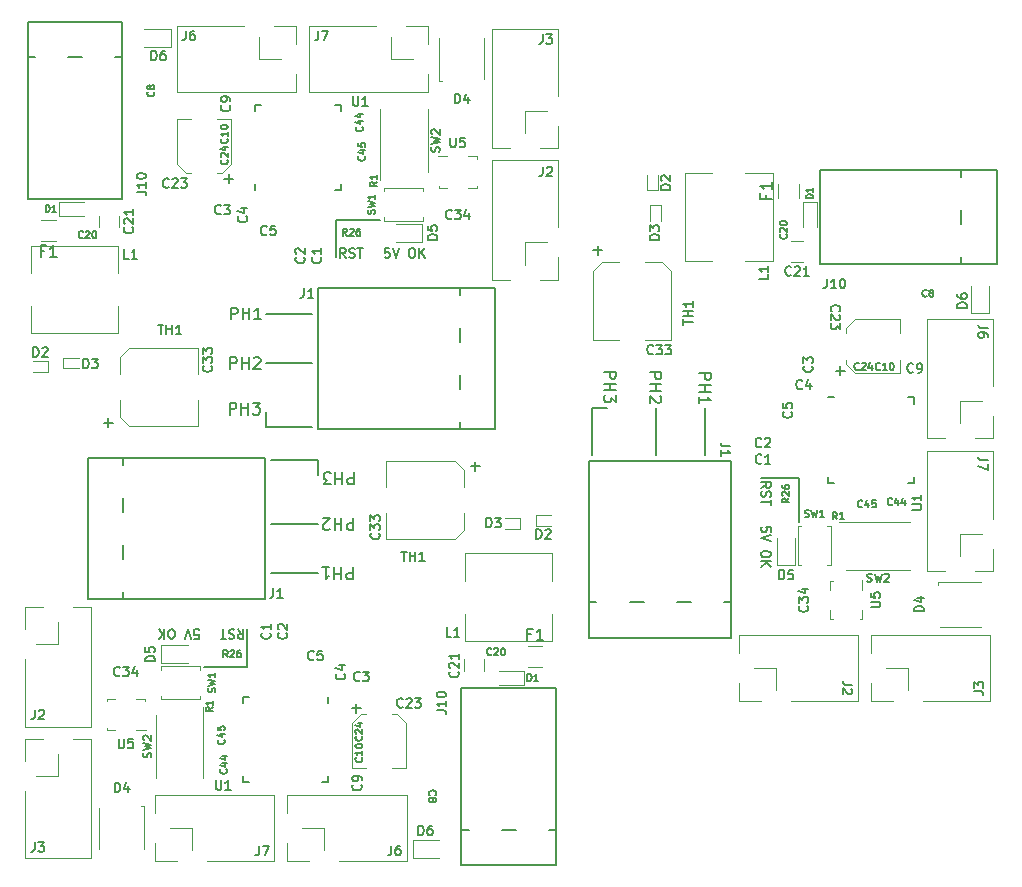
<source format=gto>
G04 #@! TF.GenerationSoftware,KiCad,Pcbnew,5.0.2-bee76a0~70~ubuntu18.04.1*
G04 #@! TF.CreationDate,2019-02-13T09:30:15+01:00*
G04 #@! TF.ProjectId,motorboard_panel_x3,6d6f746f-7262-46f6-9172-645f70616e65,rev?*
G04 #@! TF.SameCoordinates,Original*
G04 #@! TF.FileFunction,Legend,Top*
G04 #@! TF.FilePolarity,Positive*
%FSLAX46Y46*%
G04 Gerber Fmt 4.6, Leading zero omitted, Abs format (unit mm)*
G04 Created by KiCad (PCBNEW 5.0.2-bee76a0~70~ubuntu18.04.1) date Wed 13 Feb 2019 09:30:15 CET*
%MOMM*%
%LPD*%
G01*
G04 APERTURE LIST*
%ADD10C,0.150000*%
%ADD11C,0.200000*%
%ADD12C,0.120000*%
%ADD13C,0.100000*%
G04 APERTURE END LIST*
D10*
X103438095Y-129538095D02*
X103704761Y-129919047D01*
X103895238Y-129538095D02*
X103895238Y-130338095D01*
X103590476Y-130338095D01*
X103514285Y-130300000D01*
X103476190Y-130261904D01*
X103438095Y-130185714D01*
X103438095Y-130071428D01*
X103476190Y-129995238D01*
X103514285Y-129957142D01*
X103590476Y-129919047D01*
X103895238Y-129919047D01*
X103133333Y-129576190D02*
X103019047Y-129538095D01*
X102828571Y-129538095D01*
X102752380Y-129576190D01*
X102714285Y-129614285D01*
X102676190Y-129690476D01*
X102676190Y-129766666D01*
X102714285Y-129842857D01*
X102752380Y-129880952D01*
X102828571Y-129919047D01*
X102980952Y-129957142D01*
X103057142Y-129995238D01*
X103095238Y-130033333D01*
X103133333Y-130109523D01*
X103133333Y-130185714D01*
X103095238Y-130261904D01*
X103057142Y-130300000D01*
X102980952Y-130338095D01*
X102790476Y-130338095D01*
X102676190Y-130300000D01*
X102447619Y-130338095D02*
X101990476Y-130338095D01*
X102219047Y-129538095D02*
X102219047Y-130338095D01*
X113161904Y-124297619D02*
X113161904Y-125297619D01*
X112780952Y-125297619D01*
X112685714Y-125250000D01*
X112638095Y-125202380D01*
X112590476Y-125107142D01*
X112590476Y-124964285D01*
X112638095Y-124869047D01*
X112685714Y-124821428D01*
X112780952Y-124773809D01*
X113161904Y-124773809D01*
X112161904Y-124297619D02*
X112161904Y-125297619D01*
X112161904Y-124821428D02*
X111590476Y-124821428D01*
X111590476Y-124297619D02*
X111590476Y-125297619D01*
X110590476Y-124297619D02*
X111161904Y-124297619D01*
X110876190Y-124297619D02*
X110876190Y-125297619D01*
X110971428Y-125154761D01*
X111066666Y-125059523D01*
X111161904Y-125011904D01*
X113211904Y-120097619D02*
X113211904Y-121097619D01*
X112830952Y-121097619D01*
X112735714Y-121050000D01*
X112688095Y-121002380D01*
X112640476Y-120907142D01*
X112640476Y-120764285D01*
X112688095Y-120669047D01*
X112735714Y-120621428D01*
X112830952Y-120573809D01*
X113211904Y-120573809D01*
X112211904Y-120097619D02*
X112211904Y-121097619D01*
X112211904Y-120621428D02*
X111640476Y-120621428D01*
X111640476Y-120097619D02*
X111640476Y-121097619D01*
X111211904Y-121002380D02*
X111164285Y-121050000D01*
X111069047Y-121097619D01*
X110830952Y-121097619D01*
X110735714Y-121050000D01*
X110688095Y-121002380D01*
X110640476Y-120907142D01*
X110640476Y-120811904D01*
X110688095Y-120669047D01*
X111259523Y-120097619D01*
X110640476Y-120097619D01*
X113261904Y-116247619D02*
X113261904Y-117247619D01*
X112880952Y-117247619D01*
X112785714Y-117200000D01*
X112738095Y-117152380D01*
X112690476Y-117057142D01*
X112690476Y-116914285D01*
X112738095Y-116819047D01*
X112785714Y-116771428D01*
X112880952Y-116723809D01*
X113261904Y-116723809D01*
X112261904Y-116247619D02*
X112261904Y-117247619D01*
X112261904Y-116771428D02*
X111690476Y-116771428D01*
X111690476Y-116247619D02*
X111690476Y-117247619D01*
X111309523Y-117247619D02*
X110690476Y-117247619D01*
X111023809Y-116866666D01*
X110880952Y-116866666D01*
X110785714Y-116819047D01*
X110738095Y-116771428D01*
X110690476Y-116676190D01*
X110690476Y-116438095D01*
X110738095Y-116342857D01*
X110785714Y-116295238D01*
X110880952Y-116247619D01*
X111166666Y-116247619D01*
X111261904Y-116295238D01*
X111309523Y-116342857D01*
X99726190Y-130338095D02*
X100107142Y-130338095D01*
X100145238Y-129957142D01*
X100107142Y-129995238D01*
X100030952Y-130033333D01*
X99840476Y-130033333D01*
X99764285Y-129995238D01*
X99726190Y-129957142D01*
X99688095Y-129880952D01*
X99688095Y-129690476D01*
X99726190Y-129614285D01*
X99764285Y-129576190D01*
X99840476Y-129538095D01*
X100030952Y-129538095D01*
X100107142Y-129576190D01*
X100145238Y-129614285D01*
X99459523Y-130338095D02*
X99192857Y-129538095D01*
X98926190Y-130338095D01*
X97897619Y-130338095D02*
X97745238Y-130338095D01*
X97669047Y-130300000D01*
X97592857Y-130223809D01*
X97554761Y-130071428D01*
X97554761Y-129804761D01*
X97592857Y-129652380D01*
X97669047Y-129576190D01*
X97745238Y-129538095D01*
X97897619Y-129538095D01*
X97973809Y-129576190D01*
X98050000Y-129652380D01*
X98088095Y-129804761D01*
X98088095Y-130071428D01*
X98050000Y-130223809D01*
X97973809Y-130300000D01*
X97897619Y-130338095D01*
X97211904Y-129538095D02*
X97211904Y-130338095D01*
X96754761Y-129538095D02*
X97097619Y-129995238D01*
X96754761Y-130338095D02*
X97211904Y-129880952D01*
D11*
X110200000Y-124800000D02*
X106250000Y-124800000D01*
X110200000Y-116450000D02*
X110200000Y-115200000D01*
X104250000Y-132750000D02*
X100550000Y-132750000D01*
X104250000Y-129550000D02*
X104250000Y-132750000D01*
X110200000Y-120600000D02*
X106250000Y-120600000D01*
X110200000Y-115200000D02*
X106250000Y-115200000D01*
D10*
X147738095Y-117561904D02*
X148119047Y-117295238D01*
X147738095Y-117104761D02*
X148538095Y-117104761D01*
X148538095Y-117409523D01*
X148500000Y-117485714D01*
X148461904Y-117523809D01*
X148385714Y-117561904D01*
X148271428Y-117561904D01*
X148195238Y-117523809D01*
X148157142Y-117485714D01*
X148119047Y-117409523D01*
X148119047Y-117104761D01*
X147776190Y-117866666D02*
X147738095Y-117980952D01*
X147738095Y-118171428D01*
X147776190Y-118247619D01*
X147814285Y-118285714D01*
X147890476Y-118323809D01*
X147966666Y-118323809D01*
X148042857Y-118285714D01*
X148080952Y-118247619D01*
X148119047Y-118171428D01*
X148157142Y-118019047D01*
X148195238Y-117942857D01*
X148233333Y-117904761D01*
X148309523Y-117866666D01*
X148385714Y-117866666D01*
X148461904Y-117904761D01*
X148500000Y-117942857D01*
X148538095Y-118019047D01*
X148538095Y-118209523D01*
X148500000Y-118323809D01*
X148538095Y-118552380D02*
X148538095Y-119009523D01*
X147738095Y-118780952D02*
X148538095Y-118780952D01*
X142497619Y-107838095D02*
X143497619Y-107838095D01*
X143497619Y-108219047D01*
X143450000Y-108314285D01*
X143402380Y-108361904D01*
X143307142Y-108409523D01*
X143164285Y-108409523D01*
X143069047Y-108361904D01*
X143021428Y-108314285D01*
X142973809Y-108219047D01*
X142973809Y-107838095D01*
X142497619Y-108838095D02*
X143497619Y-108838095D01*
X143021428Y-108838095D02*
X143021428Y-109409523D01*
X142497619Y-109409523D02*
X143497619Y-109409523D01*
X142497619Y-110409523D02*
X142497619Y-109838095D01*
X142497619Y-110123809D02*
X143497619Y-110123809D01*
X143354761Y-110028571D01*
X143259523Y-109933333D01*
X143211904Y-109838095D01*
X138297619Y-107788095D02*
X139297619Y-107788095D01*
X139297619Y-108169047D01*
X139250000Y-108264285D01*
X139202380Y-108311904D01*
X139107142Y-108359523D01*
X138964285Y-108359523D01*
X138869047Y-108311904D01*
X138821428Y-108264285D01*
X138773809Y-108169047D01*
X138773809Y-107788095D01*
X138297619Y-108788095D02*
X139297619Y-108788095D01*
X138821428Y-108788095D02*
X138821428Y-109359523D01*
X138297619Y-109359523D02*
X139297619Y-109359523D01*
X139202380Y-109788095D02*
X139250000Y-109835714D01*
X139297619Y-109930952D01*
X139297619Y-110169047D01*
X139250000Y-110264285D01*
X139202380Y-110311904D01*
X139107142Y-110359523D01*
X139011904Y-110359523D01*
X138869047Y-110311904D01*
X138297619Y-109740476D01*
X138297619Y-110359523D01*
X134447619Y-107738095D02*
X135447619Y-107738095D01*
X135447619Y-108119047D01*
X135400000Y-108214285D01*
X135352380Y-108261904D01*
X135257142Y-108309523D01*
X135114285Y-108309523D01*
X135019047Y-108261904D01*
X134971428Y-108214285D01*
X134923809Y-108119047D01*
X134923809Y-107738095D01*
X134447619Y-108738095D02*
X135447619Y-108738095D01*
X134971428Y-108738095D02*
X134971428Y-109309523D01*
X134447619Y-109309523D02*
X135447619Y-109309523D01*
X135447619Y-109690476D02*
X135447619Y-110309523D01*
X135066666Y-109976190D01*
X135066666Y-110119047D01*
X135019047Y-110214285D01*
X134971428Y-110261904D01*
X134876190Y-110309523D01*
X134638095Y-110309523D01*
X134542857Y-110261904D01*
X134495238Y-110214285D01*
X134447619Y-110119047D01*
X134447619Y-109833333D01*
X134495238Y-109738095D01*
X134542857Y-109690476D01*
X148538095Y-121273809D02*
X148538095Y-120892857D01*
X148157142Y-120854761D01*
X148195238Y-120892857D01*
X148233333Y-120969047D01*
X148233333Y-121159523D01*
X148195238Y-121235714D01*
X148157142Y-121273809D01*
X148080952Y-121311904D01*
X147890476Y-121311904D01*
X147814285Y-121273809D01*
X147776190Y-121235714D01*
X147738095Y-121159523D01*
X147738095Y-120969047D01*
X147776190Y-120892857D01*
X147814285Y-120854761D01*
X148538095Y-121540476D02*
X147738095Y-121807142D01*
X148538095Y-122073809D01*
X148538095Y-123102380D02*
X148538095Y-123254761D01*
X148500000Y-123330952D01*
X148423809Y-123407142D01*
X148271428Y-123445238D01*
X148004761Y-123445238D01*
X147852380Y-123407142D01*
X147776190Y-123330952D01*
X147738095Y-123254761D01*
X147738095Y-123102380D01*
X147776190Y-123026190D01*
X147852380Y-122950000D01*
X148004761Y-122911904D01*
X148271428Y-122911904D01*
X148423809Y-122950000D01*
X148500000Y-123026190D01*
X148538095Y-123102380D01*
X147738095Y-123788095D02*
X148538095Y-123788095D01*
X147738095Y-124245238D02*
X148195238Y-123902380D01*
X148538095Y-124245238D02*
X148080952Y-123788095D01*
D11*
X143000000Y-110800000D02*
X143000000Y-114750000D01*
X134650000Y-110800000D02*
X133400000Y-110800000D01*
X150950000Y-116750000D02*
X150950000Y-120450000D01*
X147750000Y-116750000D02*
X150950000Y-116750000D01*
X138800000Y-110800000D02*
X138800000Y-114750000D01*
X133400000Y-110800000D02*
X133400000Y-114750000D01*
X111750000Y-94850000D02*
X115450000Y-94850000D01*
X111750000Y-98050000D02*
X111750000Y-94850000D01*
D10*
X112561904Y-98061904D02*
X112295238Y-97680952D01*
X112104761Y-98061904D02*
X112104761Y-97261904D01*
X112409523Y-97261904D01*
X112485714Y-97300000D01*
X112523809Y-97338095D01*
X112561904Y-97414285D01*
X112561904Y-97528571D01*
X112523809Y-97604761D01*
X112485714Y-97642857D01*
X112409523Y-97680952D01*
X112104761Y-97680952D01*
X112866666Y-98023809D02*
X112980952Y-98061904D01*
X113171428Y-98061904D01*
X113247619Y-98023809D01*
X113285714Y-97985714D01*
X113323809Y-97909523D01*
X113323809Y-97833333D01*
X113285714Y-97757142D01*
X113247619Y-97719047D01*
X113171428Y-97680952D01*
X113019047Y-97642857D01*
X112942857Y-97604761D01*
X112904761Y-97566666D01*
X112866666Y-97490476D01*
X112866666Y-97414285D01*
X112904761Y-97338095D01*
X112942857Y-97300000D01*
X113019047Y-97261904D01*
X113209523Y-97261904D01*
X113323809Y-97300000D01*
X113552380Y-97261904D02*
X114009523Y-97261904D01*
X113780952Y-98061904D02*
X113780952Y-97261904D01*
D11*
X105800000Y-112400000D02*
X109750000Y-112400000D01*
X105800000Y-111150000D02*
X105800000Y-112400000D01*
X105800000Y-107000000D02*
X109750000Y-107000000D01*
X105800000Y-102800000D02*
X109750000Y-102800000D01*
D10*
X102738095Y-111352380D02*
X102738095Y-110352380D01*
X103119047Y-110352380D01*
X103214285Y-110400000D01*
X103261904Y-110447619D01*
X103309523Y-110542857D01*
X103309523Y-110685714D01*
X103261904Y-110780952D01*
X103214285Y-110828571D01*
X103119047Y-110876190D01*
X102738095Y-110876190D01*
X103738095Y-111352380D02*
X103738095Y-110352380D01*
X103738095Y-110828571D02*
X104309523Y-110828571D01*
X104309523Y-111352380D02*
X104309523Y-110352380D01*
X104690476Y-110352380D02*
X105309523Y-110352380D01*
X104976190Y-110733333D01*
X105119047Y-110733333D01*
X105214285Y-110780952D01*
X105261904Y-110828571D01*
X105309523Y-110923809D01*
X105309523Y-111161904D01*
X105261904Y-111257142D01*
X105214285Y-111304761D01*
X105119047Y-111352380D01*
X104833333Y-111352380D01*
X104738095Y-111304761D01*
X104690476Y-111257142D01*
X102788095Y-107502380D02*
X102788095Y-106502380D01*
X103169047Y-106502380D01*
X103264285Y-106550000D01*
X103311904Y-106597619D01*
X103359523Y-106692857D01*
X103359523Y-106835714D01*
X103311904Y-106930952D01*
X103264285Y-106978571D01*
X103169047Y-107026190D01*
X102788095Y-107026190D01*
X103788095Y-107502380D02*
X103788095Y-106502380D01*
X103788095Y-106978571D02*
X104359523Y-106978571D01*
X104359523Y-107502380D02*
X104359523Y-106502380D01*
X104788095Y-106597619D02*
X104835714Y-106550000D01*
X104930952Y-106502380D01*
X105169047Y-106502380D01*
X105264285Y-106550000D01*
X105311904Y-106597619D01*
X105359523Y-106692857D01*
X105359523Y-106788095D01*
X105311904Y-106930952D01*
X104740476Y-107502380D01*
X105359523Y-107502380D01*
X102838095Y-103302380D02*
X102838095Y-102302380D01*
X103219047Y-102302380D01*
X103314285Y-102350000D01*
X103361904Y-102397619D01*
X103409523Y-102492857D01*
X103409523Y-102635714D01*
X103361904Y-102730952D01*
X103314285Y-102778571D01*
X103219047Y-102826190D01*
X102838095Y-102826190D01*
X103838095Y-103302380D02*
X103838095Y-102302380D01*
X103838095Y-102778571D02*
X104409523Y-102778571D01*
X104409523Y-103302380D02*
X104409523Y-102302380D01*
X105409523Y-103302380D02*
X104838095Y-103302380D01*
X105123809Y-103302380D02*
X105123809Y-102302380D01*
X105028571Y-102445238D01*
X104933333Y-102540476D01*
X104838095Y-102588095D01*
X116273809Y-97261904D02*
X115892857Y-97261904D01*
X115854761Y-97642857D01*
X115892857Y-97604761D01*
X115969047Y-97566666D01*
X116159523Y-97566666D01*
X116235714Y-97604761D01*
X116273809Y-97642857D01*
X116311904Y-97719047D01*
X116311904Y-97909523D01*
X116273809Y-97985714D01*
X116235714Y-98023809D01*
X116159523Y-98061904D01*
X115969047Y-98061904D01*
X115892857Y-98023809D01*
X115854761Y-97985714D01*
X116540476Y-97261904D02*
X116807142Y-98061904D01*
X117073809Y-97261904D01*
X118102380Y-97261904D02*
X118254761Y-97261904D01*
X118330952Y-97300000D01*
X118407142Y-97376190D01*
X118445238Y-97528571D01*
X118445238Y-97795238D01*
X118407142Y-97947619D01*
X118330952Y-98023809D01*
X118254761Y-98061904D01*
X118102380Y-98061904D01*
X118026190Y-98023809D01*
X117950000Y-97947619D01*
X117911904Y-97795238D01*
X117911904Y-97528571D01*
X117950000Y-97376190D01*
X118026190Y-97300000D01*
X118102380Y-97261904D01*
X118788095Y-98061904D02*
X118788095Y-97261904D01*
X119245238Y-98061904D02*
X118902380Y-97604761D01*
X119245238Y-97261904D02*
X118788095Y-97719047D01*
D12*
G04 #@! TO.C,D6*
X118230000Y-148860000D02*
X120500000Y-148860000D01*
X118230000Y-147340000D02*
X118230000Y-148860000D01*
X120500000Y-147340000D02*
X118230000Y-147340000D01*
G04 #@! TO.C,C21*
X122600000Y-132091000D02*
X122600000Y-133091000D01*
X124300000Y-133091000D02*
X124300000Y-132091000D01*
G04 #@! TO.C,D2*
X129939500Y-120785500D02*
X128639500Y-120785500D01*
X129939500Y-119885500D02*
X128639500Y-119885500D01*
X128639500Y-119885500D02*
X128639500Y-120785500D01*
G04 #@! TO.C,D3*
X127350000Y-121050000D02*
X127350000Y-120150000D01*
X126050000Y-121050000D02*
X127350000Y-121050000D01*
X126050000Y-120150000D02*
X127350000Y-120150000D01*
G04 #@! TO.C,D4*
X95500000Y-144500000D02*
X95250000Y-144500000D01*
X95500000Y-148150000D02*
X95500000Y-144500000D01*
X91700000Y-148150000D02*
X91700000Y-144650000D01*
D10*
G04 #@! TO.C,J1*
X105750000Y-115000000D02*
X90750000Y-115000000D01*
X105750000Y-127000000D02*
X105750000Y-115000000D01*
X90750000Y-127000000D02*
X105750000Y-127000000D01*
X90750000Y-115000000D02*
X90750000Y-127000000D01*
X93750000Y-127000000D02*
X93750000Y-126400000D01*
X93750000Y-123600000D02*
X93750000Y-122400000D01*
X93750000Y-119600000D02*
X93750000Y-118400000D01*
X93750000Y-115000000D02*
X93750000Y-115600000D01*
D12*
G04 #@! TO.C,L1*
X122668500Y-130512500D02*
X122668500Y-128212500D01*
X130068500Y-130512500D02*
X122668500Y-130512500D01*
X130068500Y-128212500D02*
X130068500Y-130512500D01*
X130068500Y-123112500D02*
X130068500Y-125412500D01*
X122668500Y-123112500D02*
X130068500Y-123112500D01*
X122668500Y-125412500D02*
X122668500Y-123112500D01*
D13*
G04 #@! TO.C,U5*
X92350000Y-138100000D02*
X92350000Y-137880000D01*
X93070000Y-138100000D02*
X92350000Y-138100000D01*
X92350000Y-135400000D02*
X93070000Y-135400000D01*
X92350000Y-135620000D02*
X92350000Y-135400000D01*
X95550000Y-135400000D02*
X95550000Y-135620000D01*
X95550000Y-135400000D02*
X94830000Y-135400000D01*
X95650000Y-138100000D02*
X94830000Y-138100000D01*
D12*
G04 #@! TO.C,J2*
X85420000Y-132090000D02*
X85420000Y-137775000D01*
X85420000Y-137775000D02*
X91020000Y-137775000D01*
X91020000Y-127675000D02*
X91020000Y-137775000D01*
X89490000Y-127675000D02*
X91020000Y-127675000D01*
X88220000Y-128950000D02*
X88220000Y-130820000D01*
X88220000Y-130820000D02*
X86350000Y-130820000D01*
X85420000Y-129550000D02*
X85420000Y-127675000D01*
X85420000Y-127675000D02*
X86950000Y-127675000D01*
G04 #@! TO.C,J3*
X85420000Y-138825000D02*
X86950000Y-138825000D01*
X85420000Y-140700000D02*
X85420000Y-138825000D01*
X88220000Y-141970000D02*
X86350000Y-141970000D01*
X88220000Y-140100000D02*
X88220000Y-141970000D01*
X89490000Y-138825000D02*
X91020000Y-138825000D01*
X91020000Y-138825000D02*
X91020000Y-148925000D01*
X85420000Y-148925000D02*
X91020000Y-148925000D01*
X85420000Y-143240000D02*
X85420000Y-148925000D01*
D10*
G04 #@! TO.C,U1*
X111092500Y-142477500D02*
X111092500Y-141952500D01*
X103842500Y-142477500D02*
X103842500Y-141952500D01*
X103842500Y-135227500D02*
X103842500Y-135752500D01*
X111092500Y-135227500D02*
X111092500Y-135752500D01*
X103842500Y-142477500D02*
X104367500Y-142477500D01*
X103842500Y-135227500D02*
X104367500Y-135227500D01*
X111092500Y-142477500D02*
X110567500Y-142477500D01*
D12*
G04 #@! TO.C,SW2*
X96475000Y-136750000D02*
X96475000Y-142150000D01*
X100525000Y-136110000D02*
X100525000Y-142150000D01*
G04 #@! TO.C,C23*
X113130000Y-137480000D02*
X113890000Y-136710000D01*
X113130000Y-137480000D02*
X113130000Y-141290000D01*
X117700000Y-137480000D02*
X116940000Y-136710000D01*
X117700000Y-137480000D02*
X117700000Y-141290000D01*
X116940000Y-136710000D02*
X116530000Y-136710000D01*
X113890000Y-136710000D02*
X114300000Y-136710000D01*
X113130000Y-141290000D02*
X114300000Y-141290000D01*
X117700000Y-141290000D02*
X116530000Y-141290000D01*
G04 #@! TO.C,D5*
X96930000Y-132410000D02*
X99200000Y-132410000D01*
X96930000Y-130890000D02*
X96930000Y-132410000D01*
X99200000Y-130890000D02*
X96930000Y-130890000D01*
G04 #@! TO.C,C33*
X121815000Y-121900000D02*
X115975000Y-121900000D01*
X122575000Y-121140000D02*
X121815000Y-121900000D01*
X121815000Y-115300000D02*
X122575000Y-116060000D01*
X115975000Y-115300000D02*
X121815000Y-115300000D01*
X122575000Y-121140000D02*
X122575000Y-119720000D01*
X122575000Y-116060000D02*
X122575000Y-117480000D01*
X115975000Y-121900000D02*
X115975000Y-119720000D01*
X115975000Y-115300000D02*
X115975000Y-117480000D01*
G04 #@! TO.C,D1*
X127668500Y-134240500D02*
X125568500Y-134240500D01*
X127668500Y-133100500D02*
X125568500Y-133100500D01*
X127668500Y-134240500D02*
X127668500Y-133100500D01*
D10*
G04 #@! TO.C,J10*
X122368500Y-134489000D02*
X122368500Y-149489000D01*
X130368500Y-134489000D02*
X122368500Y-134489000D01*
X130368500Y-149489000D02*
X130368500Y-134489000D01*
X122368500Y-149489000D02*
X130368500Y-149489000D01*
X130368500Y-146489000D02*
X129768500Y-146489000D01*
X126968500Y-146489000D02*
X125768500Y-146489000D01*
X122368500Y-146489000D02*
X122968500Y-146489000D01*
D12*
G04 #@! TO.C,SW1*
X96900000Y-135450000D02*
X96900000Y-135150000D01*
X100200000Y-135450000D02*
X96900000Y-135450000D01*
X100200000Y-135150000D02*
X100200000Y-135450000D01*
X96900000Y-132650000D02*
X96900000Y-132950000D01*
X100200000Y-132650000D02*
X96900000Y-132650000D01*
X100200000Y-132950000D02*
X100200000Y-132650000D01*
G04 #@! TO.C,F1*
X127997936Y-132760000D02*
X129202064Y-132760000D01*
X127997936Y-130940000D02*
X129202064Y-130940000D01*
G04 #@! TO.C,J6*
X112040000Y-149180000D02*
X117725000Y-149180000D01*
X117725000Y-149180000D02*
X117725000Y-143580000D01*
X107625000Y-143580000D02*
X117725000Y-143580000D01*
X107625000Y-145110000D02*
X107625000Y-143580000D01*
X108900000Y-146380000D02*
X110770000Y-146380000D01*
X110770000Y-146380000D02*
X110770000Y-148250000D01*
X109500000Y-149180000D02*
X107625000Y-149180000D01*
X107625000Y-149180000D02*
X107625000Y-147650000D01*
G04 #@! TO.C,J7*
X96425000Y-149180000D02*
X96425000Y-147650000D01*
X98300000Y-149180000D02*
X96425000Y-149180000D01*
X99570000Y-146380000D02*
X99570000Y-148250000D01*
X97700000Y-146380000D02*
X99570000Y-146380000D01*
X96425000Y-145110000D02*
X96425000Y-143580000D01*
X96425000Y-143580000D02*
X106525000Y-143580000D01*
X106525000Y-149180000D02*
X106525000Y-143580000D01*
X100840000Y-149180000D02*
X106525000Y-149180000D01*
G04 #@! TO.C,D6*
X167060000Y-102770000D02*
X167060000Y-100500000D01*
X165540000Y-102770000D02*
X167060000Y-102770000D01*
X165540000Y-100500000D02*
X165540000Y-102770000D01*
G04 #@! TO.C,C21*
X150291000Y-98400000D02*
X151291000Y-98400000D01*
X151291000Y-96700000D02*
X150291000Y-96700000D01*
G04 #@! TO.C,D2*
X138985500Y-91060500D02*
X138985500Y-92360500D01*
X138085500Y-91060500D02*
X138085500Y-92360500D01*
X138085500Y-92360500D02*
X138985500Y-92360500D01*
G04 #@! TO.C,D3*
X139250000Y-93650000D02*
X138350000Y-93650000D01*
X139250000Y-94950000D02*
X139250000Y-93650000D01*
X138350000Y-94950000D02*
X138350000Y-93650000D01*
G04 #@! TO.C,D4*
X162700000Y-125500000D02*
X162700000Y-125750000D01*
X166350000Y-125500000D02*
X162700000Y-125500000D01*
X166350000Y-129300000D02*
X162850000Y-129300000D01*
D10*
G04 #@! TO.C,J1*
X133200000Y-115250000D02*
X133200000Y-130250000D01*
X145200000Y-115250000D02*
X133200000Y-115250000D01*
X145200000Y-130250000D02*
X145200000Y-115250000D01*
X133200000Y-130250000D02*
X145200000Y-130250000D01*
X145200000Y-127250000D02*
X144600000Y-127250000D01*
X141800000Y-127250000D02*
X140600000Y-127250000D01*
X137800000Y-127250000D02*
X136600000Y-127250000D01*
X133200000Y-127250000D02*
X133800000Y-127250000D01*
D12*
G04 #@! TO.C,L1*
X148712500Y-98331500D02*
X146412500Y-98331500D01*
X148712500Y-90931500D02*
X148712500Y-98331500D01*
X146412500Y-90931500D02*
X148712500Y-90931500D01*
X141312500Y-90931500D02*
X143612500Y-90931500D01*
X141312500Y-98331500D02*
X141312500Y-90931500D01*
X143612500Y-98331500D02*
X141312500Y-98331500D01*
D13*
G04 #@! TO.C,U5*
X156300000Y-128650000D02*
X156080000Y-128650000D01*
X156300000Y-127930000D02*
X156300000Y-128650000D01*
X153600000Y-128650000D02*
X153600000Y-127930000D01*
X153820000Y-128650000D02*
X153600000Y-128650000D01*
X153600000Y-125450000D02*
X153820000Y-125450000D01*
X153600000Y-125450000D02*
X153600000Y-126170000D01*
X156300000Y-125350000D02*
X156300000Y-126170000D01*
D12*
G04 #@! TO.C,J2*
X150290000Y-135580000D02*
X155975000Y-135580000D01*
X155975000Y-135580000D02*
X155975000Y-129980000D01*
X145875000Y-129980000D02*
X155975000Y-129980000D01*
X145875000Y-131510000D02*
X145875000Y-129980000D01*
X147150000Y-132780000D02*
X149020000Y-132780000D01*
X149020000Y-132780000D02*
X149020000Y-134650000D01*
X147750000Y-135580000D02*
X145875000Y-135580000D01*
X145875000Y-135580000D02*
X145875000Y-134050000D01*
G04 #@! TO.C,J3*
X157025000Y-135580000D02*
X157025000Y-134050000D01*
X158900000Y-135580000D02*
X157025000Y-135580000D01*
X160170000Y-132780000D02*
X160170000Y-134650000D01*
X158300000Y-132780000D02*
X160170000Y-132780000D01*
X157025000Y-131510000D02*
X157025000Y-129980000D01*
X157025000Y-129980000D02*
X167125000Y-129980000D01*
X167125000Y-135580000D02*
X167125000Y-129980000D01*
X161440000Y-135580000D02*
X167125000Y-135580000D01*
D10*
G04 #@! TO.C,U1*
X160677500Y-109907500D02*
X160152500Y-109907500D01*
X160677500Y-117157500D02*
X160152500Y-117157500D01*
X153427500Y-117157500D02*
X153952500Y-117157500D01*
X153427500Y-109907500D02*
X153952500Y-109907500D01*
X160677500Y-117157500D02*
X160677500Y-116632500D01*
X153427500Y-117157500D02*
X153427500Y-116632500D01*
X160677500Y-109907500D02*
X160677500Y-110432500D01*
D12*
G04 #@! TO.C,SW2*
X154950000Y-124525000D02*
X160350000Y-124525000D01*
X154310000Y-120475000D02*
X160350000Y-120475000D01*
G04 #@! TO.C,C23*
X155680000Y-107870000D02*
X154910000Y-107110000D01*
X155680000Y-107870000D02*
X159490000Y-107870000D01*
X155680000Y-103300000D02*
X154910000Y-104060000D01*
X155680000Y-103300000D02*
X159490000Y-103300000D01*
X154910000Y-104060000D02*
X154910000Y-104470000D01*
X154910000Y-107110000D02*
X154910000Y-106700000D01*
X159490000Y-107870000D02*
X159490000Y-106700000D01*
X159490000Y-103300000D02*
X159490000Y-104470000D01*
G04 #@! TO.C,D5*
X150610000Y-124070000D02*
X150610000Y-121800000D01*
X149090000Y-124070000D02*
X150610000Y-124070000D01*
X149090000Y-121800000D02*
X149090000Y-124070000D01*
G04 #@! TO.C,C33*
X140100000Y-99185000D02*
X140100000Y-105025000D01*
X139340000Y-98425000D02*
X140100000Y-99185000D01*
X133500000Y-99185000D02*
X134260000Y-98425000D01*
X133500000Y-105025000D02*
X133500000Y-99185000D01*
X139340000Y-98425000D02*
X137920000Y-98425000D01*
X134260000Y-98425000D02*
X135680000Y-98425000D01*
X140100000Y-105025000D02*
X137920000Y-105025000D01*
X133500000Y-105025000D02*
X135680000Y-105025000D01*
G04 #@! TO.C,D1*
X152440500Y-93331500D02*
X152440500Y-95431500D01*
X151300500Y-93331500D02*
X151300500Y-95431500D01*
X152440500Y-93331500D02*
X151300500Y-93331500D01*
D10*
G04 #@! TO.C,J10*
X152689000Y-98631500D02*
X167689000Y-98631500D01*
X152689000Y-90631500D02*
X152689000Y-98631500D01*
X167689000Y-90631500D02*
X152689000Y-90631500D01*
X167689000Y-98631500D02*
X167689000Y-90631500D01*
X164689000Y-90631500D02*
X164689000Y-91231500D01*
X164689000Y-94031500D02*
X164689000Y-95231500D01*
X164689000Y-98631500D02*
X164689000Y-98031500D01*
D12*
G04 #@! TO.C,SW1*
X153650000Y-124100000D02*
X153350000Y-124100000D01*
X153650000Y-120800000D02*
X153650000Y-124100000D01*
X153350000Y-120800000D02*
X153650000Y-120800000D01*
X150850000Y-124100000D02*
X151150000Y-124100000D01*
X150850000Y-120800000D02*
X150850000Y-124100000D01*
X151150000Y-120800000D02*
X150850000Y-120800000D01*
G04 #@! TO.C,F1*
X150960000Y-93002064D02*
X150960000Y-91797936D01*
X149140000Y-93002064D02*
X149140000Y-91797936D01*
G04 #@! TO.C,J6*
X167380000Y-108960000D02*
X167380000Y-103275000D01*
X167380000Y-103275000D02*
X161780000Y-103275000D01*
X161780000Y-113375000D02*
X161780000Y-103275000D01*
X163310000Y-113375000D02*
X161780000Y-113375000D01*
X164580000Y-112100000D02*
X164580000Y-110230000D01*
X164580000Y-110230000D02*
X166450000Y-110230000D01*
X167380000Y-111500000D02*
X167380000Y-113375000D01*
X167380000Y-113375000D02*
X165850000Y-113375000D01*
G04 #@! TO.C,J7*
X167380000Y-124575000D02*
X165850000Y-124575000D01*
X167380000Y-122700000D02*
X167380000Y-124575000D01*
X164580000Y-121430000D02*
X166450000Y-121430000D01*
X164580000Y-123300000D02*
X164580000Y-121430000D01*
X163310000Y-124575000D02*
X161780000Y-124575000D01*
X161780000Y-124575000D02*
X161780000Y-114475000D01*
X167380000Y-114475000D02*
X161780000Y-114475000D01*
X167380000Y-120160000D02*
X167380000Y-114475000D01*
G04 #@! TO.C,D6*
X95500000Y-80260000D02*
X97770000Y-80260000D01*
X97770000Y-80260000D02*
X97770000Y-78740000D01*
X97770000Y-78740000D02*
X95500000Y-78740000D01*
G04 #@! TO.C,D1*
X88331500Y-93359500D02*
X88331500Y-94499500D01*
X88331500Y-94499500D02*
X90431500Y-94499500D01*
X88331500Y-93359500D02*
X90431500Y-93359500D01*
G04 #@! TO.C,L1*
X93331500Y-102187500D02*
X93331500Y-104487500D01*
X93331500Y-104487500D02*
X85931500Y-104487500D01*
X85931500Y-104487500D02*
X85931500Y-102187500D01*
X85931500Y-99387500D02*
X85931500Y-97087500D01*
X85931500Y-97087500D02*
X93331500Y-97087500D01*
X93331500Y-97087500D02*
X93331500Y-99387500D01*
G04 #@! TO.C,SW1*
X115800000Y-94650000D02*
X115800000Y-94950000D01*
X115800000Y-94950000D02*
X119100000Y-94950000D01*
X119100000Y-94950000D02*
X119100000Y-94650000D01*
X115800000Y-92450000D02*
X115800000Y-92150000D01*
X115800000Y-92150000D02*
X119100000Y-92150000D01*
X119100000Y-92150000D02*
X119100000Y-92450000D01*
D10*
G04 #@! TO.C,U1*
X104907500Y-85122500D02*
X105432500Y-85122500D01*
X112157500Y-92372500D02*
X111632500Y-92372500D01*
X112157500Y-85122500D02*
X111632500Y-85122500D01*
X104907500Y-92372500D02*
X104907500Y-91847500D01*
X112157500Y-92372500D02*
X112157500Y-91847500D01*
X112157500Y-85122500D02*
X112157500Y-85647500D01*
X104907500Y-85122500D02*
X104907500Y-85647500D01*
D12*
G04 #@! TO.C,C21*
X91700000Y-94509000D02*
X91700000Y-95509000D01*
X93400000Y-95509000D02*
X93400000Y-94509000D01*
G04 #@! TO.C,SW2*
X115475000Y-91490000D02*
X115475000Y-85450000D01*
X119525000Y-90850000D02*
X119525000Y-85450000D01*
G04 #@! TO.C,C33*
X100025000Y-112300000D02*
X100025000Y-110120000D01*
X100025000Y-105700000D02*
X100025000Y-107880000D01*
X93425000Y-111540000D02*
X93425000Y-110120000D01*
X93425000Y-106460000D02*
X93425000Y-107880000D01*
X100025000Y-112300000D02*
X94185000Y-112300000D01*
X94185000Y-112300000D02*
X93425000Y-111540000D01*
X93425000Y-106460000D02*
X94185000Y-105700000D01*
X94185000Y-105700000D02*
X100025000Y-105700000D01*
G04 #@! TO.C,C23*
X98300000Y-86310000D02*
X99470000Y-86310000D01*
X102870000Y-86310000D02*
X101700000Y-86310000D01*
X102110000Y-90890000D02*
X101700000Y-90890000D01*
X99060000Y-90890000D02*
X99470000Y-90890000D01*
X98300000Y-90120000D02*
X98300000Y-86310000D01*
X98300000Y-90120000D02*
X99060000Y-90890000D01*
X102870000Y-90120000D02*
X102870000Y-86310000D01*
X102870000Y-90120000D02*
X102110000Y-90890000D01*
D13*
G04 #@! TO.C,U5*
X120350000Y-89500000D02*
X121170000Y-89500000D01*
X120450000Y-92200000D02*
X121170000Y-92200000D01*
X120450000Y-92200000D02*
X120450000Y-91980000D01*
X123650000Y-91980000D02*
X123650000Y-92200000D01*
X123650000Y-92200000D02*
X122930000Y-92200000D01*
X122930000Y-89500000D02*
X123650000Y-89500000D01*
X123650000Y-89500000D02*
X123650000Y-89720000D01*
D12*
G04 #@! TO.C,D5*
X116800000Y-96710000D02*
X119070000Y-96710000D01*
X119070000Y-96710000D02*
X119070000Y-95190000D01*
X119070000Y-95190000D02*
X116800000Y-95190000D01*
G04 #@! TO.C,D2*
X87360500Y-107714500D02*
X87360500Y-106814500D01*
X86060500Y-107714500D02*
X87360500Y-107714500D01*
X86060500Y-106814500D02*
X87360500Y-106814500D01*
G04 #@! TO.C,D3*
X89950000Y-107450000D02*
X88650000Y-107450000D01*
X89950000Y-106550000D02*
X88650000Y-106550000D01*
X88650000Y-106550000D02*
X88650000Y-107450000D01*
G04 #@! TO.C,D4*
X124300000Y-79450000D02*
X124300000Y-82950000D01*
X120500000Y-79450000D02*
X120500000Y-83100000D01*
X120500000Y-83100000D02*
X120750000Y-83100000D01*
D10*
G04 #@! TO.C,J1*
X122250000Y-112600000D02*
X122250000Y-112000000D01*
X122250000Y-108000000D02*
X122250000Y-109200000D01*
X122250000Y-104000000D02*
X122250000Y-105200000D01*
X122250000Y-100600000D02*
X122250000Y-101200000D01*
X125250000Y-112600000D02*
X125250000Y-100600000D01*
X125250000Y-100600000D02*
X110250000Y-100600000D01*
X110250000Y-100600000D02*
X110250000Y-112600000D01*
X110250000Y-112600000D02*
X125250000Y-112600000D01*
D12*
G04 #@! TO.C,J2*
X130580000Y-99925000D02*
X129050000Y-99925000D01*
X130580000Y-98050000D02*
X130580000Y-99925000D01*
X127780000Y-96780000D02*
X129650000Y-96780000D01*
X127780000Y-98650000D02*
X127780000Y-96780000D01*
X126510000Y-99925000D02*
X124980000Y-99925000D01*
X124980000Y-99925000D02*
X124980000Y-89825000D01*
X130580000Y-89825000D02*
X124980000Y-89825000D01*
X130580000Y-95510000D02*
X130580000Y-89825000D01*
G04 #@! TO.C,J3*
X130580000Y-84360000D02*
X130580000Y-78675000D01*
X130580000Y-78675000D02*
X124980000Y-78675000D01*
X124980000Y-88775000D02*
X124980000Y-78675000D01*
X126510000Y-88775000D02*
X124980000Y-88775000D01*
X127780000Y-87500000D02*
X127780000Y-85630000D01*
X127780000Y-85630000D02*
X129650000Y-85630000D01*
X130580000Y-86900000D02*
X130580000Y-88775000D01*
X130580000Y-88775000D02*
X129050000Y-88775000D01*
G04 #@! TO.C,J6*
X108375000Y-78420000D02*
X108375000Y-79950000D01*
X106500000Y-78420000D02*
X108375000Y-78420000D01*
X105230000Y-81220000D02*
X105230000Y-79350000D01*
X107100000Y-81220000D02*
X105230000Y-81220000D01*
X108375000Y-82490000D02*
X108375000Y-84020000D01*
X108375000Y-84020000D02*
X98275000Y-84020000D01*
X98275000Y-78420000D02*
X98275000Y-84020000D01*
X103960000Y-78420000D02*
X98275000Y-78420000D01*
G04 #@! TO.C,J7*
X115160000Y-78420000D02*
X109475000Y-78420000D01*
X109475000Y-78420000D02*
X109475000Y-84020000D01*
X119575000Y-84020000D02*
X109475000Y-84020000D01*
X119575000Y-82490000D02*
X119575000Y-84020000D01*
X118300000Y-81220000D02*
X116430000Y-81220000D01*
X116430000Y-81220000D02*
X116430000Y-79350000D01*
X117700000Y-78420000D02*
X119575000Y-78420000D01*
X119575000Y-78420000D02*
X119575000Y-79950000D01*
D10*
G04 #@! TO.C,J10*
X93631500Y-81111000D02*
X93031500Y-81111000D01*
X89031500Y-81111000D02*
X90231500Y-81111000D01*
X85631500Y-81111000D02*
X86231500Y-81111000D01*
X93631500Y-78111000D02*
X85631500Y-78111000D01*
X85631500Y-78111000D02*
X85631500Y-93111000D01*
X85631500Y-93111000D02*
X93631500Y-93111000D01*
X93631500Y-93111000D02*
X93631500Y-78111000D01*
D12*
G04 #@! TO.C,F1*
X88002064Y-96660000D02*
X86797936Y-96660000D01*
X88002064Y-94840000D02*
X86797936Y-94840000D01*
G04 #@! TO.C,D6*
D10*
X118709523Y-146961904D02*
X118709523Y-146161904D01*
X118900000Y-146161904D01*
X119014285Y-146200000D01*
X119090476Y-146276190D01*
X119128571Y-146352380D01*
X119166666Y-146504761D01*
X119166666Y-146619047D01*
X119128571Y-146771428D01*
X119090476Y-146847619D01*
X119014285Y-146923809D01*
X118900000Y-146961904D01*
X118709523Y-146961904D01*
X119852380Y-146161904D02*
X119700000Y-146161904D01*
X119623809Y-146200000D01*
X119585714Y-146238095D01*
X119509523Y-146352380D01*
X119471428Y-146504761D01*
X119471428Y-146809523D01*
X119509523Y-146885714D01*
X119547619Y-146923809D01*
X119623809Y-146961904D01*
X119776190Y-146961904D01*
X119852380Y-146923809D01*
X119890476Y-146885714D01*
X119928571Y-146809523D01*
X119928571Y-146619047D01*
X119890476Y-146542857D01*
X119852380Y-146504761D01*
X119776190Y-146466666D01*
X119623809Y-146466666D01*
X119547619Y-146504761D01*
X119509523Y-146542857D01*
X119471428Y-146619047D01*
G04 #@! TO.C,C21*
X122057214Y-133114285D02*
X122095309Y-133152380D01*
X122133404Y-133266666D01*
X122133404Y-133342857D01*
X122095309Y-133457142D01*
X122019119Y-133533333D01*
X121942928Y-133571428D01*
X121790547Y-133609523D01*
X121676261Y-133609523D01*
X121523880Y-133571428D01*
X121447690Y-133533333D01*
X121371500Y-133457142D01*
X121333404Y-133342857D01*
X121333404Y-133266666D01*
X121371500Y-133152380D01*
X121409595Y-133114285D01*
X121409595Y-132809523D02*
X121371500Y-132771428D01*
X121333404Y-132695238D01*
X121333404Y-132504761D01*
X121371500Y-132428571D01*
X121409595Y-132390476D01*
X121485785Y-132352380D01*
X121561976Y-132352380D01*
X121676261Y-132390476D01*
X122133404Y-132847619D01*
X122133404Y-132352380D01*
X122133404Y-131590476D02*
X122133404Y-132047619D01*
X122133404Y-131819047D02*
X121333404Y-131819047D01*
X121447690Y-131895238D01*
X121523880Y-131971428D01*
X121561976Y-132047619D01*
G04 #@! TO.C,TH1*
X117271428Y-122961904D02*
X117728571Y-122961904D01*
X117500000Y-123761904D02*
X117500000Y-122961904D01*
X117995238Y-123761904D02*
X117995238Y-122961904D01*
X117995238Y-123342857D02*
X118452380Y-123342857D01*
X118452380Y-123761904D02*
X118452380Y-122961904D01*
X119252380Y-123761904D02*
X118795238Y-123761904D01*
X119023809Y-123761904D02*
X119023809Y-122961904D01*
X118947619Y-123076190D01*
X118871428Y-123152380D01*
X118795238Y-123190476D01*
G04 #@! TO.C,C44*
X102464285Y-141385714D02*
X102492857Y-141414285D01*
X102521428Y-141500000D01*
X102521428Y-141557142D01*
X102492857Y-141642857D01*
X102435714Y-141700000D01*
X102378571Y-141728571D01*
X102264285Y-141757142D01*
X102178571Y-141757142D01*
X102064285Y-141728571D01*
X102007142Y-141700000D01*
X101950000Y-141642857D01*
X101921428Y-141557142D01*
X101921428Y-141500000D01*
X101950000Y-141414285D01*
X101978571Y-141385714D01*
X102121428Y-140871428D02*
X102521428Y-140871428D01*
X101892857Y-141014285D02*
X102321428Y-141157142D01*
X102321428Y-140785714D01*
X102121428Y-140300000D02*
X102521428Y-140300000D01*
X101892857Y-140442857D02*
X102321428Y-140585714D01*
X102321428Y-140214285D01*
G04 #@! TO.C,C24*
X113914285Y-138585714D02*
X113942857Y-138614285D01*
X113971428Y-138700000D01*
X113971428Y-138757142D01*
X113942857Y-138842857D01*
X113885714Y-138900000D01*
X113828571Y-138928571D01*
X113714285Y-138957142D01*
X113628571Y-138957142D01*
X113514285Y-138928571D01*
X113457142Y-138900000D01*
X113400000Y-138842857D01*
X113371428Y-138757142D01*
X113371428Y-138700000D01*
X113400000Y-138614285D01*
X113428571Y-138585714D01*
X113428571Y-138357142D02*
X113400000Y-138328571D01*
X113371428Y-138271428D01*
X113371428Y-138128571D01*
X113400000Y-138071428D01*
X113428571Y-138042857D01*
X113485714Y-138014285D01*
X113542857Y-138014285D01*
X113628571Y-138042857D01*
X113971428Y-138385714D01*
X113971428Y-138014285D01*
X113571428Y-137500000D02*
X113971428Y-137500000D01*
X113342857Y-137642857D02*
X113771428Y-137785714D01*
X113771428Y-137414285D01*
G04 #@! TO.C,D2*
X128699023Y-121861904D02*
X128699023Y-121061904D01*
X128889500Y-121061904D01*
X129003785Y-121100000D01*
X129079976Y-121176190D01*
X129118071Y-121252380D01*
X129156166Y-121404761D01*
X129156166Y-121519047D01*
X129118071Y-121671428D01*
X129079976Y-121747619D01*
X129003785Y-121823809D01*
X128889500Y-121861904D01*
X128699023Y-121861904D01*
X129460928Y-121138095D02*
X129499023Y-121100000D01*
X129575214Y-121061904D01*
X129765690Y-121061904D01*
X129841880Y-121100000D01*
X129879976Y-121138095D01*
X129918071Y-121214285D01*
X129918071Y-121290476D01*
X129879976Y-121404761D01*
X129422833Y-121861904D01*
X129918071Y-121861904D01*
G04 #@! TO.C,D3*
X124459523Y-120911904D02*
X124459523Y-120111904D01*
X124650000Y-120111904D01*
X124764285Y-120150000D01*
X124840476Y-120226190D01*
X124878571Y-120302380D01*
X124916666Y-120454761D01*
X124916666Y-120569047D01*
X124878571Y-120721428D01*
X124840476Y-120797619D01*
X124764285Y-120873809D01*
X124650000Y-120911904D01*
X124459523Y-120911904D01*
X125183333Y-120111904D02*
X125678571Y-120111904D01*
X125411904Y-120416666D01*
X125526190Y-120416666D01*
X125602380Y-120454761D01*
X125640476Y-120492857D01*
X125678571Y-120569047D01*
X125678571Y-120759523D01*
X125640476Y-120835714D01*
X125602380Y-120873809D01*
X125526190Y-120911904D01*
X125297619Y-120911904D01*
X125221428Y-120873809D01*
X125183333Y-120835714D01*
G04 #@! TO.C,D4*
X93009523Y-143311904D02*
X93009523Y-142511904D01*
X93200000Y-142511904D01*
X93314285Y-142550000D01*
X93390476Y-142626190D01*
X93428571Y-142702380D01*
X93466666Y-142854761D01*
X93466666Y-142969047D01*
X93428571Y-143121428D01*
X93390476Y-143197619D01*
X93314285Y-143273809D01*
X93200000Y-143311904D01*
X93009523Y-143311904D01*
X94152380Y-142778571D02*
X94152380Y-143311904D01*
X93961904Y-142473809D02*
X93771428Y-143045238D01*
X94266666Y-143045238D01*
G04 #@! TO.C,J1*
X106433333Y-126061904D02*
X106433333Y-126633333D01*
X106395238Y-126747619D01*
X106319047Y-126823809D01*
X106204761Y-126861904D01*
X106128571Y-126861904D01*
X107233333Y-126861904D02*
X106776190Y-126861904D01*
X107004761Y-126861904D02*
X107004761Y-126061904D01*
X106928571Y-126176190D01*
X106852380Y-126252380D01*
X106776190Y-126290476D01*
G04 #@! TO.C,L1*
X121516666Y-130161904D02*
X121135714Y-130161904D01*
X121135714Y-129361904D01*
X122202380Y-130161904D02*
X121745238Y-130161904D01*
X121973809Y-130161904D02*
X121973809Y-129361904D01*
X121897619Y-129476190D01*
X121821428Y-129552380D01*
X121745238Y-129590476D01*
G04 #@! TO.C,C5*
X109866666Y-132085714D02*
X109828571Y-132123809D01*
X109714285Y-132161904D01*
X109638095Y-132161904D01*
X109523809Y-132123809D01*
X109447619Y-132047619D01*
X109409523Y-131971428D01*
X109371428Y-131819047D01*
X109371428Y-131704761D01*
X109409523Y-131552380D01*
X109447619Y-131476190D01*
X109523809Y-131400000D01*
X109638095Y-131361904D01*
X109714285Y-131361904D01*
X109828571Y-131400000D01*
X109866666Y-131438095D01*
X110590476Y-131361904D02*
X110209523Y-131361904D01*
X110171428Y-131742857D01*
X110209523Y-131704761D01*
X110285714Y-131666666D01*
X110476190Y-131666666D01*
X110552380Y-131704761D01*
X110590476Y-131742857D01*
X110628571Y-131819047D01*
X110628571Y-132009523D01*
X110590476Y-132085714D01*
X110552380Y-132123809D01*
X110476190Y-132161904D01*
X110285714Y-132161904D01*
X110209523Y-132123809D01*
X110171428Y-132085714D01*
G04 #@! TO.C,C3*
X113741666Y-133835714D02*
X113703571Y-133873809D01*
X113589285Y-133911904D01*
X113513095Y-133911904D01*
X113398809Y-133873809D01*
X113322619Y-133797619D01*
X113284523Y-133721428D01*
X113246428Y-133569047D01*
X113246428Y-133454761D01*
X113284523Y-133302380D01*
X113322619Y-133226190D01*
X113398809Y-133150000D01*
X113513095Y-133111904D01*
X113589285Y-133111904D01*
X113703571Y-133150000D01*
X113741666Y-133188095D01*
X114008333Y-133111904D02*
X114503571Y-133111904D01*
X114236904Y-133416666D01*
X114351190Y-133416666D01*
X114427380Y-133454761D01*
X114465476Y-133492857D01*
X114503571Y-133569047D01*
X114503571Y-133759523D01*
X114465476Y-133835714D01*
X114427380Y-133873809D01*
X114351190Y-133911904D01*
X114122619Y-133911904D01*
X114046428Y-133873809D01*
X114008333Y-133835714D01*
G04 #@! TO.C,U5*
X93340476Y-138811904D02*
X93340476Y-139459523D01*
X93378571Y-139535714D01*
X93416666Y-139573809D01*
X93492857Y-139611904D01*
X93645238Y-139611904D01*
X93721428Y-139573809D01*
X93759523Y-139535714D01*
X93797619Y-139459523D01*
X93797619Y-138811904D01*
X94559523Y-138811904D02*
X94178571Y-138811904D01*
X94140476Y-139192857D01*
X94178571Y-139154761D01*
X94254761Y-139116666D01*
X94445238Y-139116666D01*
X94521428Y-139154761D01*
X94559523Y-139192857D01*
X94597619Y-139269047D01*
X94597619Y-139459523D01*
X94559523Y-139535714D01*
X94521428Y-139573809D01*
X94445238Y-139611904D01*
X94254761Y-139611904D01*
X94178571Y-139573809D01*
X94140476Y-139535714D01*
G04 #@! TO.C,C2*
X107535714Y-129833333D02*
X107573809Y-129871428D01*
X107611904Y-129985714D01*
X107611904Y-130061904D01*
X107573809Y-130176190D01*
X107497619Y-130252380D01*
X107421428Y-130290476D01*
X107269047Y-130328571D01*
X107154761Y-130328571D01*
X107002380Y-130290476D01*
X106926190Y-130252380D01*
X106850000Y-130176190D01*
X106811904Y-130061904D01*
X106811904Y-129985714D01*
X106850000Y-129871428D01*
X106888095Y-129833333D01*
X106888095Y-129528571D02*
X106850000Y-129490476D01*
X106811904Y-129414285D01*
X106811904Y-129223809D01*
X106850000Y-129147619D01*
X106888095Y-129109523D01*
X106964285Y-129071428D01*
X107040476Y-129071428D01*
X107154761Y-129109523D01*
X107611904Y-129566666D01*
X107611904Y-129071428D01*
G04 #@! TO.C,J2*
X86233333Y-136361904D02*
X86233333Y-136933333D01*
X86195238Y-137047619D01*
X86119047Y-137123809D01*
X86004761Y-137161904D01*
X85928571Y-137161904D01*
X86576190Y-136438095D02*
X86614285Y-136400000D01*
X86690476Y-136361904D01*
X86880952Y-136361904D01*
X86957142Y-136400000D01*
X86995238Y-136438095D01*
X87033333Y-136514285D01*
X87033333Y-136590476D01*
X86995238Y-136704761D01*
X86538095Y-137161904D01*
X87033333Y-137161904D01*
G04 #@! TO.C,C9*
X113835714Y-142683333D02*
X113873809Y-142721428D01*
X113911904Y-142835714D01*
X113911904Y-142911904D01*
X113873809Y-143026190D01*
X113797619Y-143102380D01*
X113721428Y-143140476D01*
X113569047Y-143178571D01*
X113454761Y-143178571D01*
X113302380Y-143140476D01*
X113226190Y-143102380D01*
X113150000Y-143026190D01*
X113111904Y-142911904D01*
X113111904Y-142835714D01*
X113150000Y-142721428D01*
X113188095Y-142683333D01*
X113911904Y-142302380D02*
X113911904Y-142150000D01*
X113873809Y-142073809D01*
X113835714Y-142035714D01*
X113721428Y-141959523D01*
X113569047Y-141921428D01*
X113264285Y-141921428D01*
X113188095Y-141959523D01*
X113150000Y-141997619D01*
X113111904Y-142073809D01*
X113111904Y-142226190D01*
X113150000Y-142302380D01*
X113188095Y-142340476D01*
X113264285Y-142378571D01*
X113454761Y-142378571D01*
X113530952Y-142340476D01*
X113569047Y-142302380D01*
X113607142Y-142226190D01*
X113607142Y-142073809D01*
X113569047Y-141997619D01*
X113530952Y-141959523D01*
X113454761Y-141921428D01*
G04 #@! TO.C,J3*
X86233333Y-147561904D02*
X86233333Y-148133333D01*
X86195238Y-148247619D01*
X86119047Y-148323809D01*
X86004761Y-148361904D01*
X85928571Y-148361904D01*
X86538095Y-147561904D02*
X87033333Y-147561904D01*
X86766666Y-147866666D01*
X86880952Y-147866666D01*
X86957142Y-147904761D01*
X86995238Y-147942857D01*
X87033333Y-148019047D01*
X87033333Y-148209523D01*
X86995238Y-148285714D01*
X86957142Y-148323809D01*
X86880952Y-148361904D01*
X86652380Y-148361904D01*
X86576190Y-148323809D01*
X86538095Y-148285714D01*
G04 #@! TO.C,C8*
X119685714Y-143550000D02*
X119657142Y-143521428D01*
X119628571Y-143435714D01*
X119628571Y-143378571D01*
X119657142Y-143292857D01*
X119714285Y-143235714D01*
X119771428Y-143207142D01*
X119885714Y-143178571D01*
X119971428Y-143178571D01*
X120085714Y-143207142D01*
X120142857Y-143235714D01*
X120200000Y-143292857D01*
X120228571Y-143378571D01*
X120228571Y-143435714D01*
X120200000Y-143521428D01*
X120171428Y-143550000D01*
X119971428Y-143892857D02*
X120000000Y-143835714D01*
X120028571Y-143807142D01*
X120085714Y-143778571D01*
X120114285Y-143778571D01*
X120171428Y-143807142D01*
X120200000Y-143835714D01*
X120228571Y-143892857D01*
X120228571Y-144007142D01*
X120200000Y-144064285D01*
X120171428Y-144092857D01*
X120114285Y-144121428D01*
X120085714Y-144121428D01*
X120028571Y-144092857D01*
X120000000Y-144064285D01*
X119971428Y-144007142D01*
X119971428Y-143892857D01*
X119942857Y-143835714D01*
X119914285Y-143807142D01*
X119857142Y-143778571D01*
X119742857Y-143778571D01*
X119685714Y-143807142D01*
X119657142Y-143835714D01*
X119628571Y-143892857D01*
X119628571Y-144007142D01*
X119657142Y-144064285D01*
X119685714Y-144092857D01*
X119742857Y-144121428D01*
X119857142Y-144121428D01*
X119914285Y-144092857D01*
X119942857Y-144064285D01*
X119971428Y-144007142D01*
G04 #@! TO.C,C10*
X113914285Y-140385714D02*
X113942857Y-140414285D01*
X113971428Y-140500000D01*
X113971428Y-140557142D01*
X113942857Y-140642857D01*
X113885714Y-140700000D01*
X113828571Y-140728571D01*
X113714285Y-140757142D01*
X113628571Y-140757142D01*
X113514285Y-140728571D01*
X113457142Y-140700000D01*
X113400000Y-140642857D01*
X113371428Y-140557142D01*
X113371428Y-140500000D01*
X113400000Y-140414285D01*
X113428571Y-140385714D01*
X113971428Y-139814285D02*
X113971428Y-140157142D01*
X113971428Y-139985714D02*
X113371428Y-139985714D01*
X113457142Y-140042857D01*
X113514285Y-140100000D01*
X113542857Y-140157142D01*
X113371428Y-139442857D02*
X113371428Y-139385714D01*
X113400000Y-139328571D01*
X113428571Y-139300000D01*
X113485714Y-139271428D01*
X113600000Y-139242857D01*
X113742857Y-139242857D01*
X113857142Y-139271428D01*
X113914285Y-139300000D01*
X113942857Y-139328571D01*
X113971428Y-139385714D01*
X113971428Y-139442857D01*
X113942857Y-139500000D01*
X113914285Y-139528571D01*
X113857142Y-139557142D01*
X113742857Y-139585714D01*
X113600000Y-139585714D01*
X113485714Y-139557142D01*
X113428571Y-139528571D01*
X113400000Y-139500000D01*
X113371428Y-139442857D01*
G04 #@! TO.C,U1*
X101590476Y-142311904D02*
X101590476Y-142959523D01*
X101628571Y-143035714D01*
X101666666Y-143073809D01*
X101742857Y-143111904D01*
X101895238Y-143111904D01*
X101971428Y-143073809D01*
X102009523Y-143035714D01*
X102047619Y-142959523D01*
X102047619Y-142311904D01*
X102847619Y-143111904D02*
X102390476Y-143111904D01*
X102619047Y-143111904D02*
X102619047Y-142311904D01*
X102542857Y-142426190D01*
X102466666Y-142502380D01*
X102390476Y-142540476D01*
G04 #@! TO.C,SW2*
X96083333Y-140383333D02*
X96116666Y-140283333D01*
X96116666Y-140116666D01*
X96083333Y-140050000D01*
X96050000Y-140016666D01*
X95983333Y-139983333D01*
X95916666Y-139983333D01*
X95850000Y-140016666D01*
X95816666Y-140050000D01*
X95783333Y-140116666D01*
X95750000Y-140250000D01*
X95716666Y-140316666D01*
X95683333Y-140350000D01*
X95616666Y-140383333D01*
X95550000Y-140383333D01*
X95483333Y-140350000D01*
X95450000Y-140316666D01*
X95416666Y-140250000D01*
X95416666Y-140083333D01*
X95450000Y-139983333D01*
X95416666Y-139750000D02*
X96116666Y-139583333D01*
X95616666Y-139450000D01*
X96116666Y-139316666D01*
X95416666Y-139150000D01*
X95483333Y-138916666D02*
X95450000Y-138883333D01*
X95416666Y-138816666D01*
X95416666Y-138650000D01*
X95450000Y-138583333D01*
X95483333Y-138550000D01*
X95550000Y-138516666D01*
X95616666Y-138516666D01*
X95716666Y-138550000D01*
X96116666Y-138950000D01*
X96116666Y-138516666D01*
G04 #@! TO.C,C23*
X117385714Y-136085714D02*
X117347619Y-136123809D01*
X117233333Y-136161904D01*
X117157142Y-136161904D01*
X117042857Y-136123809D01*
X116966666Y-136047619D01*
X116928571Y-135971428D01*
X116890476Y-135819047D01*
X116890476Y-135704761D01*
X116928571Y-135552380D01*
X116966666Y-135476190D01*
X117042857Y-135400000D01*
X117157142Y-135361904D01*
X117233333Y-135361904D01*
X117347619Y-135400000D01*
X117385714Y-135438095D01*
X117690476Y-135438095D02*
X117728571Y-135400000D01*
X117804761Y-135361904D01*
X117995238Y-135361904D01*
X118071428Y-135400000D01*
X118109523Y-135438095D01*
X118147619Y-135514285D01*
X118147619Y-135590476D01*
X118109523Y-135704761D01*
X117652380Y-136161904D01*
X118147619Y-136161904D01*
X118414285Y-135361904D02*
X118909523Y-135361904D01*
X118642857Y-135666666D01*
X118757142Y-135666666D01*
X118833333Y-135704761D01*
X118871428Y-135742857D01*
X118909523Y-135819047D01*
X118909523Y-136009523D01*
X118871428Y-136085714D01*
X118833333Y-136123809D01*
X118757142Y-136161904D01*
X118528571Y-136161904D01*
X118452380Y-136123809D01*
X118414285Y-136085714D01*
X113481428Y-136600952D02*
X113481428Y-135839047D01*
X113862380Y-136220000D02*
X113100476Y-136220000D01*
G04 #@! TO.C,C4*
X112435714Y-133283333D02*
X112473809Y-133321428D01*
X112511904Y-133435714D01*
X112511904Y-133511904D01*
X112473809Y-133626190D01*
X112397619Y-133702380D01*
X112321428Y-133740476D01*
X112169047Y-133778571D01*
X112054761Y-133778571D01*
X111902380Y-133740476D01*
X111826190Y-133702380D01*
X111750000Y-133626190D01*
X111711904Y-133511904D01*
X111711904Y-133435714D01*
X111750000Y-133321428D01*
X111788095Y-133283333D01*
X111978571Y-132597619D02*
X112511904Y-132597619D01*
X111673809Y-132788095D02*
X112245238Y-132978571D01*
X112245238Y-132483333D01*
G04 #@! TO.C,C1*
X106135714Y-129833333D02*
X106173809Y-129871428D01*
X106211904Y-129985714D01*
X106211904Y-130061904D01*
X106173809Y-130176190D01*
X106097619Y-130252380D01*
X106021428Y-130290476D01*
X105869047Y-130328571D01*
X105754761Y-130328571D01*
X105602380Y-130290476D01*
X105526190Y-130252380D01*
X105450000Y-130176190D01*
X105411904Y-130061904D01*
X105411904Y-129985714D01*
X105450000Y-129871428D01*
X105488095Y-129833333D01*
X106211904Y-129071428D02*
X106211904Y-129528571D01*
X106211904Y-129300000D02*
X105411904Y-129300000D01*
X105526190Y-129376190D01*
X105602380Y-129452380D01*
X105640476Y-129528571D01*
G04 #@! TO.C,C45*
X102264285Y-138885714D02*
X102292857Y-138914285D01*
X102321428Y-139000000D01*
X102321428Y-139057142D01*
X102292857Y-139142857D01*
X102235714Y-139200000D01*
X102178571Y-139228571D01*
X102064285Y-139257142D01*
X101978571Y-139257142D01*
X101864285Y-139228571D01*
X101807142Y-139200000D01*
X101750000Y-139142857D01*
X101721428Y-139057142D01*
X101721428Y-139000000D01*
X101750000Y-138914285D01*
X101778571Y-138885714D01*
X101921428Y-138371428D02*
X102321428Y-138371428D01*
X101692857Y-138514285D02*
X102121428Y-138657142D01*
X102121428Y-138285714D01*
X101721428Y-137771428D02*
X101721428Y-138057142D01*
X102007142Y-138085714D01*
X101978571Y-138057142D01*
X101950000Y-138000000D01*
X101950000Y-137857142D01*
X101978571Y-137800000D01*
X102007142Y-137771428D01*
X102064285Y-137742857D01*
X102207142Y-137742857D01*
X102264285Y-137771428D01*
X102292857Y-137800000D01*
X102321428Y-137857142D01*
X102321428Y-138000000D01*
X102292857Y-138057142D01*
X102264285Y-138085714D01*
G04 #@! TO.C,R26*
X102564285Y-131921428D02*
X102364285Y-131635714D01*
X102221428Y-131921428D02*
X102221428Y-131321428D01*
X102450000Y-131321428D01*
X102507142Y-131350000D01*
X102535714Y-131378571D01*
X102564285Y-131435714D01*
X102564285Y-131521428D01*
X102535714Y-131578571D01*
X102507142Y-131607142D01*
X102450000Y-131635714D01*
X102221428Y-131635714D01*
X102792857Y-131378571D02*
X102821428Y-131350000D01*
X102878571Y-131321428D01*
X103021428Y-131321428D01*
X103078571Y-131350000D01*
X103107142Y-131378571D01*
X103135714Y-131435714D01*
X103135714Y-131492857D01*
X103107142Y-131578571D01*
X102764285Y-131921428D01*
X103135714Y-131921428D01*
X103650000Y-131321428D02*
X103535714Y-131321428D01*
X103478571Y-131350000D01*
X103450000Y-131378571D01*
X103392857Y-131464285D01*
X103364285Y-131578571D01*
X103364285Y-131807142D01*
X103392857Y-131864285D01*
X103421428Y-131892857D01*
X103478571Y-131921428D01*
X103592857Y-131921428D01*
X103650000Y-131892857D01*
X103678571Y-131864285D01*
X103707142Y-131807142D01*
X103707142Y-131664285D01*
X103678571Y-131607142D01*
X103650000Y-131578571D01*
X103592857Y-131550000D01*
X103478571Y-131550000D01*
X103421428Y-131578571D01*
X103392857Y-131607142D01*
X103364285Y-131664285D01*
G04 #@! TO.C,D5*
X96411904Y-132240476D02*
X95611904Y-132240476D01*
X95611904Y-132050000D01*
X95650000Y-131935714D01*
X95726190Y-131859523D01*
X95802380Y-131821428D01*
X95954761Y-131783333D01*
X96069047Y-131783333D01*
X96221428Y-131821428D01*
X96297619Y-131859523D01*
X96373809Y-131935714D01*
X96411904Y-132050000D01*
X96411904Y-132240476D01*
X95611904Y-131059523D02*
X95611904Y-131440476D01*
X95992857Y-131478571D01*
X95954761Y-131440476D01*
X95916666Y-131364285D01*
X95916666Y-131173809D01*
X95954761Y-131097619D01*
X95992857Y-131059523D01*
X96069047Y-131021428D01*
X96259523Y-131021428D01*
X96335714Y-131059523D01*
X96373809Y-131097619D01*
X96411904Y-131173809D01*
X96411904Y-131364285D01*
X96373809Y-131440476D01*
X96335714Y-131478571D01*
G04 #@! TO.C,C33*
X115385714Y-121414285D02*
X115423809Y-121452380D01*
X115461904Y-121566666D01*
X115461904Y-121642857D01*
X115423809Y-121757142D01*
X115347619Y-121833333D01*
X115271428Y-121871428D01*
X115119047Y-121909523D01*
X115004761Y-121909523D01*
X114852380Y-121871428D01*
X114776190Y-121833333D01*
X114700000Y-121757142D01*
X114661904Y-121642857D01*
X114661904Y-121566666D01*
X114700000Y-121452380D01*
X114738095Y-121414285D01*
X114661904Y-121147619D02*
X114661904Y-120652380D01*
X114966666Y-120919047D01*
X114966666Y-120804761D01*
X115004761Y-120728571D01*
X115042857Y-120690476D01*
X115119047Y-120652380D01*
X115309523Y-120652380D01*
X115385714Y-120690476D01*
X115423809Y-120728571D01*
X115461904Y-120804761D01*
X115461904Y-121033333D01*
X115423809Y-121109523D01*
X115385714Y-121147619D01*
X114661904Y-120385714D02*
X114661904Y-119890476D01*
X114966666Y-120157142D01*
X114966666Y-120042857D01*
X115004761Y-119966666D01*
X115042857Y-119928571D01*
X115119047Y-119890476D01*
X115309523Y-119890476D01*
X115385714Y-119928571D01*
X115423809Y-119966666D01*
X115461904Y-120042857D01*
X115461904Y-120271428D01*
X115423809Y-120347619D01*
X115385714Y-120385714D01*
X123174047Y-115711428D02*
X123935952Y-115711428D01*
X123555000Y-116092380D02*
X123555000Y-115330476D01*
G04 #@! TO.C,D1*
X127957142Y-133921428D02*
X127957142Y-133321428D01*
X128100000Y-133321428D01*
X128185714Y-133350000D01*
X128242857Y-133407142D01*
X128271428Y-133464285D01*
X128300000Y-133578571D01*
X128300000Y-133664285D01*
X128271428Y-133778571D01*
X128242857Y-133835714D01*
X128185714Y-133892857D01*
X128100000Y-133921428D01*
X127957142Y-133921428D01*
X128871428Y-133921428D02*
X128528571Y-133921428D01*
X128700000Y-133921428D02*
X128700000Y-133321428D01*
X128642857Y-133407142D01*
X128585714Y-133464285D01*
X128528571Y-133492857D01*
G04 #@! TO.C,J10*
X120261904Y-136397619D02*
X120833333Y-136397619D01*
X120947619Y-136435714D01*
X121023809Y-136511904D01*
X121061904Y-136626190D01*
X121061904Y-136702380D01*
X121061904Y-135597619D02*
X121061904Y-136054761D01*
X121061904Y-135826190D02*
X120261904Y-135826190D01*
X120376190Y-135902380D01*
X120452380Y-135978571D01*
X120490476Y-136054761D01*
X120261904Y-135102380D02*
X120261904Y-135026190D01*
X120300000Y-134950000D01*
X120338095Y-134911904D01*
X120414285Y-134873809D01*
X120566666Y-134835714D01*
X120757142Y-134835714D01*
X120909523Y-134873809D01*
X120985714Y-134911904D01*
X121023809Y-134950000D01*
X121061904Y-135026190D01*
X121061904Y-135102380D01*
X121023809Y-135178571D01*
X120985714Y-135216666D01*
X120909523Y-135254761D01*
X120757142Y-135292857D01*
X120566666Y-135292857D01*
X120414285Y-135254761D01*
X120338095Y-135216666D01*
X120300000Y-135178571D01*
X120261904Y-135102380D01*
G04 #@! TO.C,C20*
X124903785Y-131663785D02*
X124875214Y-131692357D01*
X124789500Y-131720928D01*
X124732357Y-131720928D01*
X124646642Y-131692357D01*
X124589500Y-131635214D01*
X124560928Y-131578071D01*
X124532357Y-131463785D01*
X124532357Y-131378071D01*
X124560928Y-131263785D01*
X124589500Y-131206642D01*
X124646642Y-131149500D01*
X124732357Y-131120928D01*
X124789500Y-131120928D01*
X124875214Y-131149500D01*
X124903785Y-131178071D01*
X125132357Y-131178071D02*
X125160928Y-131149500D01*
X125218071Y-131120928D01*
X125360928Y-131120928D01*
X125418071Y-131149500D01*
X125446642Y-131178071D01*
X125475214Y-131235214D01*
X125475214Y-131292357D01*
X125446642Y-131378071D01*
X125103785Y-131720928D01*
X125475214Y-131720928D01*
X125846642Y-131120928D02*
X125903785Y-131120928D01*
X125960928Y-131149500D01*
X125989500Y-131178071D01*
X126018071Y-131235214D01*
X126046642Y-131349500D01*
X126046642Y-131492357D01*
X126018071Y-131606642D01*
X125989500Y-131663785D01*
X125960928Y-131692357D01*
X125903785Y-131720928D01*
X125846642Y-131720928D01*
X125789500Y-131692357D01*
X125760928Y-131663785D01*
X125732357Y-131606642D01*
X125703785Y-131492357D01*
X125703785Y-131349500D01*
X125732357Y-131235214D01*
X125760928Y-131178071D01*
X125789500Y-131149500D01*
X125846642Y-131120928D01*
G04 #@! TO.C,SW1*
X101492857Y-134850000D02*
X101521428Y-134764285D01*
X101521428Y-134621428D01*
X101492857Y-134564285D01*
X101464285Y-134535714D01*
X101407142Y-134507142D01*
X101350000Y-134507142D01*
X101292857Y-134535714D01*
X101264285Y-134564285D01*
X101235714Y-134621428D01*
X101207142Y-134735714D01*
X101178571Y-134792857D01*
X101150000Y-134821428D01*
X101092857Y-134850000D01*
X101035714Y-134850000D01*
X100978571Y-134821428D01*
X100950000Y-134792857D01*
X100921428Y-134735714D01*
X100921428Y-134592857D01*
X100950000Y-134507142D01*
X100921428Y-134307142D02*
X101521428Y-134164285D01*
X101092857Y-134050000D01*
X101521428Y-133935714D01*
X100921428Y-133792857D01*
X101521428Y-133250000D02*
X101521428Y-133592857D01*
X101521428Y-133421428D02*
X100921428Y-133421428D01*
X101007142Y-133478571D01*
X101064285Y-133535714D01*
X101092857Y-133592857D01*
G04 #@! TO.C,F1*
X128266666Y-129958571D02*
X127933333Y-129958571D01*
X127933333Y-130482380D02*
X127933333Y-129482380D01*
X128409523Y-129482380D01*
X129314285Y-130482380D02*
X128742857Y-130482380D01*
X129028571Y-130482380D02*
X129028571Y-129482380D01*
X128933333Y-129625238D01*
X128838095Y-129720476D01*
X128742857Y-129768095D01*
G04 #@! TO.C,C34*
X93435714Y-133435714D02*
X93397619Y-133473809D01*
X93283333Y-133511904D01*
X93207142Y-133511904D01*
X93092857Y-133473809D01*
X93016666Y-133397619D01*
X92978571Y-133321428D01*
X92940476Y-133169047D01*
X92940476Y-133054761D01*
X92978571Y-132902380D01*
X93016666Y-132826190D01*
X93092857Y-132750000D01*
X93207142Y-132711904D01*
X93283333Y-132711904D01*
X93397619Y-132750000D01*
X93435714Y-132788095D01*
X93702380Y-132711904D02*
X94197619Y-132711904D01*
X93930952Y-133016666D01*
X94045238Y-133016666D01*
X94121428Y-133054761D01*
X94159523Y-133092857D01*
X94197619Y-133169047D01*
X94197619Y-133359523D01*
X94159523Y-133435714D01*
X94121428Y-133473809D01*
X94045238Y-133511904D01*
X93816666Y-133511904D01*
X93740476Y-133473809D01*
X93702380Y-133435714D01*
X94883333Y-132978571D02*
X94883333Y-133511904D01*
X94692857Y-132673809D02*
X94502380Y-133245238D01*
X94997619Y-133245238D01*
G04 #@! TO.C,J6*
X116433333Y-147861904D02*
X116433333Y-148433333D01*
X116395238Y-148547619D01*
X116319047Y-148623809D01*
X116204761Y-148661904D01*
X116128571Y-148661904D01*
X117157142Y-147861904D02*
X117004761Y-147861904D01*
X116928571Y-147900000D01*
X116890476Y-147938095D01*
X116814285Y-148052380D01*
X116776190Y-148204761D01*
X116776190Y-148509523D01*
X116814285Y-148585714D01*
X116852380Y-148623809D01*
X116928571Y-148661904D01*
X117080952Y-148661904D01*
X117157142Y-148623809D01*
X117195238Y-148585714D01*
X117233333Y-148509523D01*
X117233333Y-148319047D01*
X117195238Y-148242857D01*
X117157142Y-148204761D01*
X117080952Y-148166666D01*
X116928571Y-148166666D01*
X116852380Y-148204761D01*
X116814285Y-148242857D01*
X116776190Y-148319047D01*
G04 #@! TO.C,R1*
X101321428Y-136150000D02*
X101035714Y-136350000D01*
X101321428Y-136492857D02*
X100721428Y-136492857D01*
X100721428Y-136264285D01*
X100750000Y-136207142D01*
X100778571Y-136178571D01*
X100835714Y-136150000D01*
X100921428Y-136150000D01*
X100978571Y-136178571D01*
X101007142Y-136207142D01*
X101035714Y-136264285D01*
X101035714Y-136492857D01*
X101321428Y-135578571D02*
X101321428Y-135921428D01*
X101321428Y-135750000D02*
X100721428Y-135750000D01*
X100807142Y-135807142D01*
X100864285Y-135864285D01*
X100892857Y-135921428D01*
G04 #@! TO.C,J7*
X105233333Y-147861904D02*
X105233333Y-148433333D01*
X105195238Y-148547619D01*
X105119047Y-148623809D01*
X105004761Y-148661904D01*
X104928571Y-148661904D01*
X105538095Y-147861904D02*
X106071428Y-147861904D01*
X105728571Y-148661904D01*
G04 #@! TO.C,D6*
X165161904Y-102290476D02*
X164361904Y-102290476D01*
X164361904Y-102100000D01*
X164400000Y-101985714D01*
X164476190Y-101909523D01*
X164552380Y-101871428D01*
X164704761Y-101833333D01*
X164819047Y-101833333D01*
X164971428Y-101871428D01*
X165047619Y-101909523D01*
X165123809Y-101985714D01*
X165161904Y-102100000D01*
X165161904Y-102290476D01*
X164361904Y-101147619D02*
X164361904Y-101300000D01*
X164400000Y-101376190D01*
X164438095Y-101414285D01*
X164552380Y-101490476D01*
X164704761Y-101528571D01*
X165009523Y-101528571D01*
X165085714Y-101490476D01*
X165123809Y-101452380D01*
X165161904Y-101376190D01*
X165161904Y-101223809D01*
X165123809Y-101147619D01*
X165085714Y-101109523D01*
X165009523Y-101071428D01*
X164819047Y-101071428D01*
X164742857Y-101109523D01*
X164704761Y-101147619D01*
X164666666Y-101223809D01*
X164666666Y-101376190D01*
X164704761Y-101452380D01*
X164742857Y-101490476D01*
X164819047Y-101528571D01*
G04 #@! TO.C,C21*
X150285714Y-99514214D02*
X150247619Y-99552309D01*
X150133333Y-99590404D01*
X150057142Y-99590404D01*
X149942857Y-99552309D01*
X149866666Y-99476119D01*
X149828571Y-99399928D01*
X149790476Y-99247547D01*
X149790476Y-99133261D01*
X149828571Y-98980880D01*
X149866666Y-98904690D01*
X149942857Y-98828500D01*
X150057142Y-98790404D01*
X150133333Y-98790404D01*
X150247619Y-98828500D01*
X150285714Y-98866595D01*
X150590476Y-98866595D02*
X150628571Y-98828500D01*
X150704761Y-98790404D01*
X150895238Y-98790404D01*
X150971428Y-98828500D01*
X151009523Y-98866595D01*
X151047619Y-98942785D01*
X151047619Y-99018976D01*
X151009523Y-99133261D01*
X150552380Y-99590404D01*
X151047619Y-99590404D01*
X151809523Y-99590404D02*
X151352380Y-99590404D01*
X151580952Y-99590404D02*
X151580952Y-98790404D01*
X151504761Y-98904690D01*
X151428571Y-98980880D01*
X151352380Y-99018976D01*
G04 #@! TO.C,TH1*
X141161904Y-103728571D02*
X141161904Y-103271428D01*
X141961904Y-103500000D02*
X141161904Y-103500000D01*
X141961904Y-103004761D02*
X141161904Y-103004761D01*
X141542857Y-103004761D02*
X141542857Y-102547619D01*
X141961904Y-102547619D02*
X141161904Y-102547619D01*
X141961904Y-101747619D02*
X141961904Y-102204761D01*
X141961904Y-101976190D02*
X141161904Y-101976190D01*
X141276190Y-102052380D01*
X141352380Y-102128571D01*
X141390476Y-102204761D01*
G04 #@! TO.C,C44*
X158814285Y-118964285D02*
X158785714Y-118992857D01*
X158700000Y-119021428D01*
X158642857Y-119021428D01*
X158557142Y-118992857D01*
X158500000Y-118935714D01*
X158471428Y-118878571D01*
X158442857Y-118764285D01*
X158442857Y-118678571D01*
X158471428Y-118564285D01*
X158500000Y-118507142D01*
X158557142Y-118450000D01*
X158642857Y-118421428D01*
X158700000Y-118421428D01*
X158785714Y-118450000D01*
X158814285Y-118478571D01*
X159328571Y-118621428D02*
X159328571Y-119021428D01*
X159185714Y-118392857D02*
X159042857Y-118821428D01*
X159414285Y-118821428D01*
X159900000Y-118621428D02*
X159900000Y-119021428D01*
X159757142Y-118392857D02*
X159614285Y-118821428D01*
X159985714Y-118821428D01*
G04 #@! TO.C,C24*
X156014285Y-107514285D02*
X155985714Y-107542857D01*
X155900000Y-107571428D01*
X155842857Y-107571428D01*
X155757142Y-107542857D01*
X155700000Y-107485714D01*
X155671428Y-107428571D01*
X155642857Y-107314285D01*
X155642857Y-107228571D01*
X155671428Y-107114285D01*
X155700000Y-107057142D01*
X155757142Y-107000000D01*
X155842857Y-106971428D01*
X155900000Y-106971428D01*
X155985714Y-107000000D01*
X156014285Y-107028571D01*
X156242857Y-107028571D02*
X156271428Y-107000000D01*
X156328571Y-106971428D01*
X156471428Y-106971428D01*
X156528571Y-107000000D01*
X156557142Y-107028571D01*
X156585714Y-107085714D01*
X156585714Y-107142857D01*
X156557142Y-107228571D01*
X156214285Y-107571428D01*
X156585714Y-107571428D01*
X157100000Y-107171428D02*
X157100000Y-107571428D01*
X156957142Y-106942857D02*
X156814285Y-107371428D01*
X157185714Y-107371428D01*
G04 #@! TO.C,D2*
X140061904Y-92300976D02*
X139261904Y-92300976D01*
X139261904Y-92110500D01*
X139300000Y-91996214D01*
X139376190Y-91920023D01*
X139452380Y-91881928D01*
X139604761Y-91843833D01*
X139719047Y-91843833D01*
X139871428Y-91881928D01*
X139947619Y-91920023D01*
X140023809Y-91996214D01*
X140061904Y-92110500D01*
X140061904Y-92300976D01*
X139338095Y-91539071D02*
X139300000Y-91500976D01*
X139261904Y-91424785D01*
X139261904Y-91234309D01*
X139300000Y-91158119D01*
X139338095Y-91120023D01*
X139414285Y-91081928D01*
X139490476Y-91081928D01*
X139604761Y-91120023D01*
X140061904Y-91577166D01*
X140061904Y-91081928D01*
G04 #@! TO.C,D3*
X139111904Y-96540476D02*
X138311904Y-96540476D01*
X138311904Y-96350000D01*
X138350000Y-96235714D01*
X138426190Y-96159523D01*
X138502380Y-96121428D01*
X138654761Y-96083333D01*
X138769047Y-96083333D01*
X138921428Y-96121428D01*
X138997619Y-96159523D01*
X139073809Y-96235714D01*
X139111904Y-96350000D01*
X139111904Y-96540476D01*
X138311904Y-95816666D02*
X138311904Y-95321428D01*
X138616666Y-95588095D01*
X138616666Y-95473809D01*
X138654761Y-95397619D01*
X138692857Y-95359523D01*
X138769047Y-95321428D01*
X138959523Y-95321428D01*
X139035714Y-95359523D01*
X139073809Y-95397619D01*
X139111904Y-95473809D01*
X139111904Y-95702380D01*
X139073809Y-95778571D01*
X139035714Y-95816666D01*
G04 #@! TO.C,D4*
X161511904Y-127990476D02*
X160711904Y-127990476D01*
X160711904Y-127800000D01*
X160750000Y-127685714D01*
X160826190Y-127609523D01*
X160902380Y-127571428D01*
X161054761Y-127533333D01*
X161169047Y-127533333D01*
X161321428Y-127571428D01*
X161397619Y-127609523D01*
X161473809Y-127685714D01*
X161511904Y-127800000D01*
X161511904Y-127990476D01*
X160978571Y-126847619D02*
X161511904Y-126847619D01*
X160673809Y-127038095D02*
X161245238Y-127228571D01*
X161245238Y-126733333D01*
G04 #@! TO.C,J1*
X145138095Y-114033333D02*
X144566666Y-114033333D01*
X144452380Y-113995238D01*
X144376190Y-113919047D01*
X144338095Y-113804761D01*
X144338095Y-113728571D01*
X144338095Y-114833333D02*
X144338095Y-114376190D01*
X144338095Y-114604761D02*
X145138095Y-114604761D01*
X145023809Y-114528571D01*
X144947619Y-114452380D01*
X144909523Y-114376190D01*
G04 #@! TO.C,L1*
X148361904Y-99483333D02*
X148361904Y-99864285D01*
X147561904Y-99864285D01*
X148361904Y-98797619D02*
X148361904Y-99254761D01*
X148361904Y-99026190D02*
X147561904Y-99026190D01*
X147676190Y-99102380D01*
X147752380Y-99178571D01*
X147790476Y-99254761D01*
G04 #@! TO.C,C5*
X150285714Y-111133333D02*
X150323809Y-111171428D01*
X150361904Y-111285714D01*
X150361904Y-111361904D01*
X150323809Y-111476190D01*
X150247619Y-111552380D01*
X150171428Y-111590476D01*
X150019047Y-111628571D01*
X149904761Y-111628571D01*
X149752380Y-111590476D01*
X149676190Y-111552380D01*
X149600000Y-111476190D01*
X149561904Y-111361904D01*
X149561904Y-111285714D01*
X149600000Y-111171428D01*
X149638095Y-111133333D01*
X149561904Y-110409523D02*
X149561904Y-110790476D01*
X149942857Y-110828571D01*
X149904761Y-110790476D01*
X149866666Y-110714285D01*
X149866666Y-110523809D01*
X149904761Y-110447619D01*
X149942857Y-110409523D01*
X150019047Y-110371428D01*
X150209523Y-110371428D01*
X150285714Y-110409523D01*
X150323809Y-110447619D01*
X150361904Y-110523809D01*
X150361904Y-110714285D01*
X150323809Y-110790476D01*
X150285714Y-110828571D01*
G04 #@! TO.C,C3*
X152035714Y-107258333D02*
X152073809Y-107296428D01*
X152111904Y-107410714D01*
X152111904Y-107486904D01*
X152073809Y-107601190D01*
X151997619Y-107677380D01*
X151921428Y-107715476D01*
X151769047Y-107753571D01*
X151654761Y-107753571D01*
X151502380Y-107715476D01*
X151426190Y-107677380D01*
X151350000Y-107601190D01*
X151311904Y-107486904D01*
X151311904Y-107410714D01*
X151350000Y-107296428D01*
X151388095Y-107258333D01*
X151311904Y-106991666D02*
X151311904Y-106496428D01*
X151616666Y-106763095D01*
X151616666Y-106648809D01*
X151654761Y-106572619D01*
X151692857Y-106534523D01*
X151769047Y-106496428D01*
X151959523Y-106496428D01*
X152035714Y-106534523D01*
X152073809Y-106572619D01*
X152111904Y-106648809D01*
X152111904Y-106877380D01*
X152073809Y-106953571D01*
X152035714Y-106991666D01*
G04 #@! TO.C,U5*
X157011904Y-127659523D02*
X157659523Y-127659523D01*
X157735714Y-127621428D01*
X157773809Y-127583333D01*
X157811904Y-127507142D01*
X157811904Y-127354761D01*
X157773809Y-127278571D01*
X157735714Y-127240476D01*
X157659523Y-127202380D01*
X157011904Y-127202380D01*
X157011904Y-126440476D02*
X157011904Y-126821428D01*
X157392857Y-126859523D01*
X157354761Y-126821428D01*
X157316666Y-126745238D01*
X157316666Y-126554761D01*
X157354761Y-126478571D01*
X157392857Y-126440476D01*
X157469047Y-126402380D01*
X157659523Y-126402380D01*
X157735714Y-126440476D01*
X157773809Y-126478571D01*
X157811904Y-126554761D01*
X157811904Y-126745238D01*
X157773809Y-126821428D01*
X157735714Y-126859523D01*
G04 #@! TO.C,C2*
X147766666Y-114035714D02*
X147728571Y-114073809D01*
X147614285Y-114111904D01*
X147538095Y-114111904D01*
X147423809Y-114073809D01*
X147347619Y-113997619D01*
X147309523Y-113921428D01*
X147271428Y-113769047D01*
X147271428Y-113654761D01*
X147309523Y-113502380D01*
X147347619Y-113426190D01*
X147423809Y-113350000D01*
X147538095Y-113311904D01*
X147614285Y-113311904D01*
X147728571Y-113350000D01*
X147766666Y-113388095D01*
X148071428Y-113388095D02*
X148109523Y-113350000D01*
X148185714Y-113311904D01*
X148376190Y-113311904D01*
X148452380Y-113350000D01*
X148490476Y-113388095D01*
X148528571Y-113464285D01*
X148528571Y-113540476D01*
X148490476Y-113654761D01*
X148033333Y-114111904D01*
X148528571Y-114111904D01*
G04 #@! TO.C,J2*
X155438095Y-134233333D02*
X154866666Y-134233333D01*
X154752380Y-134195238D01*
X154676190Y-134119047D01*
X154638095Y-134004761D01*
X154638095Y-133928571D01*
X155361904Y-134576190D02*
X155400000Y-134614285D01*
X155438095Y-134690476D01*
X155438095Y-134880952D01*
X155400000Y-134957142D01*
X155361904Y-134995238D01*
X155285714Y-135033333D01*
X155209523Y-135033333D01*
X155095238Y-134995238D01*
X154638095Y-134538095D01*
X154638095Y-135033333D01*
G04 #@! TO.C,C9*
X160616666Y-107735714D02*
X160578571Y-107773809D01*
X160464285Y-107811904D01*
X160388095Y-107811904D01*
X160273809Y-107773809D01*
X160197619Y-107697619D01*
X160159523Y-107621428D01*
X160121428Y-107469047D01*
X160121428Y-107354761D01*
X160159523Y-107202380D01*
X160197619Y-107126190D01*
X160273809Y-107050000D01*
X160388095Y-107011904D01*
X160464285Y-107011904D01*
X160578571Y-107050000D01*
X160616666Y-107088095D01*
X160997619Y-107811904D02*
X161150000Y-107811904D01*
X161226190Y-107773809D01*
X161264285Y-107735714D01*
X161340476Y-107621428D01*
X161378571Y-107469047D01*
X161378571Y-107164285D01*
X161340476Y-107088095D01*
X161302380Y-107050000D01*
X161226190Y-107011904D01*
X161073809Y-107011904D01*
X160997619Y-107050000D01*
X160959523Y-107088095D01*
X160921428Y-107164285D01*
X160921428Y-107354761D01*
X160959523Y-107430952D01*
X160997619Y-107469047D01*
X161073809Y-107507142D01*
X161226190Y-107507142D01*
X161302380Y-107469047D01*
X161340476Y-107430952D01*
X161378571Y-107354761D01*
G04 #@! TO.C,J3*
X165761904Y-134766666D02*
X166333333Y-134766666D01*
X166447619Y-134804761D01*
X166523809Y-134880952D01*
X166561904Y-134995238D01*
X166561904Y-135071428D01*
X165761904Y-134461904D02*
X165761904Y-133966666D01*
X166066666Y-134233333D01*
X166066666Y-134119047D01*
X166104761Y-134042857D01*
X166142857Y-134004761D01*
X166219047Y-133966666D01*
X166409523Y-133966666D01*
X166485714Y-134004761D01*
X166523809Y-134042857D01*
X166561904Y-134119047D01*
X166561904Y-134347619D01*
X166523809Y-134423809D01*
X166485714Y-134461904D01*
G04 #@! TO.C,C8*
X161750000Y-101314285D02*
X161721428Y-101342857D01*
X161635714Y-101371428D01*
X161578571Y-101371428D01*
X161492857Y-101342857D01*
X161435714Y-101285714D01*
X161407142Y-101228571D01*
X161378571Y-101114285D01*
X161378571Y-101028571D01*
X161407142Y-100914285D01*
X161435714Y-100857142D01*
X161492857Y-100800000D01*
X161578571Y-100771428D01*
X161635714Y-100771428D01*
X161721428Y-100800000D01*
X161750000Y-100828571D01*
X162092857Y-101028571D02*
X162035714Y-101000000D01*
X162007142Y-100971428D01*
X161978571Y-100914285D01*
X161978571Y-100885714D01*
X162007142Y-100828571D01*
X162035714Y-100800000D01*
X162092857Y-100771428D01*
X162207142Y-100771428D01*
X162264285Y-100800000D01*
X162292857Y-100828571D01*
X162321428Y-100885714D01*
X162321428Y-100914285D01*
X162292857Y-100971428D01*
X162264285Y-101000000D01*
X162207142Y-101028571D01*
X162092857Y-101028571D01*
X162035714Y-101057142D01*
X162007142Y-101085714D01*
X161978571Y-101142857D01*
X161978571Y-101257142D01*
X162007142Y-101314285D01*
X162035714Y-101342857D01*
X162092857Y-101371428D01*
X162207142Y-101371428D01*
X162264285Y-101342857D01*
X162292857Y-101314285D01*
X162321428Y-101257142D01*
X162321428Y-101142857D01*
X162292857Y-101085714D01*
X162264285Y-101057142D01*
X162207142Y-101028571D01*
G04 #@! TO.C,C10*
X157814285Y-107514285D02*
X157785714Y-107542857D01*
X157700000Y-107571428D01*
X157642857Y-107571428D01*
X157557142Y-107542857D01*
X157500000Y-107485714D01*
X157471428Y-107428571D01*
X157442857Y-107314285D01*
X157442857Y-107228571D01*
X157471428Y-107114285D01*
X157500000Y-107057142D01*
X157557142Y-107000000D01*
X157642857Y-106971428D01*
X157700000Y-106971428D01*
X157785714Y-107000000D01*
X157814285Y-107028571D01*
X158385714Y-107571428D02*
X158042857Y-107571428D01*
X158214285Y-107571428D02*
X158214285Y-106971428D01*
X158157142Y-107057142D01*
X158100000Y-107114285D01*
X158042857Y-107142857D01*
X158757142Y-106971428D02*
X158814285Y-106971428D01*
X158871428Y-107000000D01*
X158900000Y-107028571D01*
X158928571Y-107085714D01*
X158957142Y-107200000D01*
X158957142Y-107342857D01*
X158928571Y-107457142D01*
X158900000Y-107514285D01*
X158871428Y-107542857D01*
X158814285Y-107571428D01*
X158757142Y-107571428D01*
X158700000Y-107542857D01*
X158671428Y-107514285D01*
X158642857Y-107457142D01*
X158614285Y-107342857D01*
X158614285Y-107200000D01*
X158642857Y-107085714D01*
X158671428Y-107028571D01*
X158700000Y-107000000D01*
X158757142Y-106971428D01*
G04 #@! TO.C,U1*
X160511904Y-119409523D02*
X161159523Y-119409523D01*
X161235714Y-119371428D01*
X161273809Y-119333333D01*
X161311904Y-119257142D01*
X161311904Y-119104761D01*
X161273809Y-119028571D01*
X161235714Y-118990476D01*
X161159523Y-118952380D01*
X160511904Y-118952380D01*
X161311904Y-118152380D02*
X161311904Y-118609523D01*
X161311904Y-118380952D02*
X160511904Y-118380952D01*
X160626190Y-118457142D01*
X160702380Y-118533333D01*
X160740476Y-118609523D01*
G04 #@! TO.C,SW2*
X156716666Y-125483333D02*
X156816666Y-125516666D01*
X156983333Y-125516666D01*
X157050000Y-125483333D01*
X157083333Y-125450000D01*
X157116666Y-125383333D01*
X157116666Y-125316666D01*
X157083333Y-125250000D01*
X157050000Y-125216666D01*
X156983333Y-125183333D01*
X156850000Y-125150000D01*
X156783333Y-125116666D01*
X156750000Y-125083333D01*
X156716666Y-125016666D01*
X156716666Y-124950000D01*
X156750000Y-124883333D01*
X156783333Y-124850000D01*
X156850000Y-124816666D01*
X157016666Y-124816666D01*
X157116666Y-124850000D01*
X157350000Y-124816666D02*
X157516666Y-125516666D01*
X157650000Y-125016666D01*
X157783333Y-125516666D01*
X157950000Y-124816666D01*
X158183333Y-124883333D02*
X158216666Y-124850000D01*
X158283333Y-124816666D01*
X158450000Y-124816666D01*
X158516666Y-124850000D01*
X158550000Y-124883333D01*
X158583333Y-124950000D01*
X158583333Y-125016666D01*
X158550000Y-125116666D01*
X158150000Y-125516666D01*
X158583333Y-125516666D01*
G04 #@! TO.C,C23*
X153714285Y-102585714D02*
X153676190Y-102547619D01*
X153638095Y-102433333D01*
X153638095Y-102357142D01*
X153676190Y-102242857D01*
X153752380Y-102166666D01*
X153828571Y-102128571D01*
X153980952Y-102090476D01*
X154095238Y-102090476D01*
X154247619Y-102128571D01*
X154323809Y-102166666D01*
X154400000Y-102242857D01*
X154438095Y-102357142D01*
X154438095Y-102433333D01*
X154400000Y-102547619D01*
X154361904Y-102585714D01*
X154361904Y-102890476D02*
X154400000Y-102928571D01*
X154438095Y-103004761D01*
X154438095Y-103195238D01*
X154400000Y-103271428D01*
X154361904Y-103309523D01*
X154285714Y-103347619D01*
X154209523Y-103347619D01*
X154095238Y-103309523D01*
X153638095Y-102852380D01*
X153638095Y-103347619D01*
X154438095Y-103614285D02*
X154438095Y-104109523D01*
X154133333Y-103842857D01*
X154133333Y-103957142D01*
X154095238Y-104033333D01*
X154057142Y-104071428D01*
X153980952Y-104109523D01*
X153790476Y-104109523D01*
X153714285Y-104071428D01*
X153676190Y-104033333D01*
X153638095Y-103957142D01*
X153638095Y-103728571D01*
X153676190Y-103652380D01*
X153714285Y-103614285D01*
X154039047Y-107661428D02*
X154800952Y-107661428D01*
X154420000Y-108042380D02*
X154420000Y-107280476D01*
G04 #@! TO.C,C4*
X151216666Y-109135714D02*
X151178571Y-109173809D01*
X151064285Y-109211904D01*
X150988095Y-109211904D01*
X150873809Y-109173809D01*
X150797619Y-109097619D01*
X150759523Y-109021428D01*
X150721428Y-108869047D01*
X150721428Y-108754761D01*
X150759523Y-108602380D01*
X150797619Y-108526190D01*
X150873809Y-108450000D01*
X150988095Y-108411904D01*
X151064285Y-108411904D01*
X151178571Y-108450000D01*
X151216666Y-108488095D01*
X151902380Y-108678571D02*
X151902380Y-109211904D01*
X151711904Y-108373809D02*
X151521428Y-108945238D01*
X152016666Y-108945238D01*
G04 #@! TO.C,C1*
X147766666Y-115435714D02*
X147728571Y-115473809D01*
X147614285Y-115511904D01*
X147538095Y-115511904D01*
X147423809Y-115473809D01*
X147347619Y-115397619D01*
X147309523Y-115321428D01*
X147271428Y-115169047D01*
X147271428Y-115054761D01*
X147309523Y-114902380D01*
X147347619Y-114826190D01*
X147423809Y-114750000D01*
X147538095Y-114711904D01*
X147614285Y-114711904D01*
X147728571Y-114750000D01*
X147766666Y-114788095D01*
X148528571Y-115511904D02*
X148071428Y-115511904D01*
X148300000Y-115511904D02*
X148300000Y-114711904D01*
X148223809Y-114826190D01*
X148147619Y-114902380D01*
X148071428Y-114940476D01*
G04 #@! TO.C,C45*
X156314285Y-119164285D02*
X156285714Y-119192857D01*
X156200000Y-119221428D01*
X156142857Y-119221428D01*
X156057142Y-119192857D01*
X156000000Y-119135714D01*
X155971428Y-119078571D01*
X155942857Y-118964285D01*
X155942857Y-118878571D01*
X155971428Y-118764285D01*
X156000000Y-118707142D01*
X156057142Y-118650000D01*
X156142857Y-118621428D01*
X156200000Y-118621428D01*
X156285714Y-118650000D01*
X156314285Y-118678571D01*
X156828571Y-118821428D02*
X156828571Y-119221428D01*
X156685714Y-118592857D02*
X156542857Y-119021428D01*
X156914285Y-119021428D01*
X157428571Y-118621428D02*
X157142857Y-118621428D01*
X157114285Y-118907142D01*
X157142857Y-118878571D01*
X157200000Y-118850000D01*
X157342857Y-118850000D01*
X157400000Y-118878571D01*
X157428571Y-118907142D01*
X157457142Y-118964285D01*
X157457142Y-119107142D01*
X157428571Y-119164285D01*
X157400000Y-119192857D01*
X157342857Y-119221428D01*
X157200000Y-119221428D01*
X157142857Y-119192857D01*
X157114285Y-119164285D01*
G04 #@! TO.C,R26*
X150121428Y-118435714D02*
X149835714Y-118635714D01*
X150121428Y-118778571D02*
X149521428Y-118778571D01*
X149521428Y-118550000D01*
X149550000Y-118492857D01*
X149578571Y-118464285D01*
X149635714Y-118435714D01*
X149721428Y-118435714D01*
X149778571Y-118464285D01*
X149807142Y-118492857D01*
X149835714Y-118550000D01*
X149835714Y-118778571D01*
X149578571Y-118207142D02*
X149550000Y-118178571D01*
X149521428Y-118121428D01*
X149521428Y-117978571D01*
X149550000Y-117921428D01*
X149578571Y-117892857D01*
X149635714Y-117864285D01*
X149692857Y-117864285D01*
X149778571Y-117892857D01*
X150121428Y-118235714D01*
X150121428Y-117864285D01*
X149521428Y-117350000D02*
X149521428Y-117464285D01*
X149550000Y-117521428D01*
X149578571Y-117550000D01*
X149664285Y-117607142D01*
X149778571Y-117635714D01*
X150007142Y-117635714D01*
X150064285Y-117607142D01*
X150092857Y-117578571D01*
X150121428Y-117521428D01*
X150121428Y-117407142D01*
X150092857Y-117350000D01*
X150064285Y-117321428D01*
X150007142Y-117292857D01*
X149864285Y-117292857D01*
X149807142Y-117321428D01*
X149778571Y-117350000D01*
X149750000Y-117407142D01*
X149750000Y-117521428D01*
X149778571Y-117578571D01*
X149807142Y-117607142D01*
X149864285Y-117635714D01*
G04 #@! TO.C,D5*
X149259523Y-125311904D02*
X149259523Y-124511904D01*
X149450000Y-124511904D01*
X149564285Y-124550000D01*
X149640476Y-124626190D01*
X149678571Y-124702380D01*
X149716666Y-124854761D01*
X149716666Y-124969047D01*
X149678571Y-125121428D01*
X149640476Y-125197619D01*
X149564285Y-125273809D01*
X149450000Y-125311904D01*
X149259523Y-125311904D01*
X150440476Y-124511904D02*
X150059523Y-124511904D01*
X150021428Y-124892857D01*
X150059523Y-124854761D01*
X150135714Y-124816666D01*
X150326190Y-124816666D01*
X150402380Y-124854761D01*
X150440476Y-124892857D01*
X150478571Y-124969047D01*
X150478571Y-125159523D01*
X150440476Y-125235714D01*
X150402380Y-125273809D01*
X150326190Y-125311904D01*
X150135714Y-125311904D01*
X150059523Y-125273809D01*
X150021428Y-125235714D01*
G04 #@! TO.C,C33*
X138585714Y-106185714D02*
X138547619Y-106223809D01*
X138433333Y-106261904D01*
X138357142Y-106261904D01*
X138242857Y-106223809D01*
X138166666Y-106147619D01*
X138128571Y-106071428D01*
X138090476Y-105919047D01*
X138090476Y-105804761D01*
X138128571Y-105652380D01*
X138166666Y-105576190D01*
X138242857Y-105500000D01*
X138357142Y-105461904D01*
X138433333Y-105461904D01*
X138547619Y-105500000D01*
X138585714Y-105538095D01*
X138852380Y-105461904D02*
X139347619Y-105461904D01*
X139080952Y-105766666D01*
X139195238Y-105766666D01*
X139271428Y-105804761D01*
X139309523Y-105842857D01*
X139347619Y-105919047D01*
X139347619Y-106109523D01*
X139309523Y-106185714D01*
X139271428Y-106223809D01*
X139195238Y-106261904D01*
X138966666Y-106261904D01*
X138890476Y-106223809D01*
X138852380Y-106185714D01*
X139614285Y-105461904D02*
X140109523Y-105461904D01*
X139842857Y-105766666D01*
X139957142Y-105766666D01*
X140033333Y-105804761D01*
X140071428Y-105842857D01*
X140109523Y-105919047D01*
X140109523Y-106109523D01*
X140071428Y-106185714D01*
X140033333Y-106223809D01*
X139957142Y-106261904D01*
X139728571Y-106261904D01*
X139652380Y-106223809D01*
X139614285Y-106185714D01*
X133911428Y-97825952D02*
X133911428Y-97064047D01*
X134292380Y-97445000D02*
X133530476Y-97445000D01*
G04 #@! TO.C,D1*
X152121428Y-93042857D02*
X151521428Y-93042857D01*
X151521428Y-92900000D01*
X151550000Y-92814285D01*
X151607142Y-92757142D01*
X151664285Y-92728571D01*
X151778571Y-92700000D01*
X151864285Y-92700000D01*
X151978571Y-92728571D01*
X152035714Y-92757142D01*
X152092857Y-92814285D01*
X152121428Y-92900000D01*
X152121428Y-93042857D01*
X152121428Y-92128571D02*
X152121428Y-92471428D01*
X152121428Y-92300000D02*
X151521428Y-92300000D01*
X151607142Y-92357142D01*
X151664285Y-92414285D01*
X151692857Y-92471428D01*
G04 #@! TO.C,J10*
X153302380Y-99861904D02*
X153302380Y-100433333D01*
X153264285Y-100547619D01*
X153188095Y-100623809D01*
X153073809Y-100661904D01*
X152997619Y-100661904D01*
X154102380Y-100661904D02*
X153645238Y-100661904D01*
X153873809Y-100661904D02*
X153873809Y-99861904D01*
X153797619Y-99976190D01*
X153721428Y-100052380D01*
X153645238Y-100090476D01*
X154597619Y-99861904D02*
X154673809Y-99861904D01*
X154750000Y-99900000D01*
X154788095Y-99938095D01*
X154826190Y-100014285D01*
X154864285Y-100166666D01*
X154864285Y-100357142D01*
X154826190Y-100509523D01*
X154788095Y-100585714D01*
X154750000Y-100623809D01*
X154673809Y-100661904D01*
X154597619Y-100661904D01*
X154521428Y-100623809D01*
X154483333Y-100585714D01*
X154445238Y-100509523D01*
X154407142Y-100357142D01*
X154407142Y-100166666D01*
X154445238Y-100014285D01*
X154483333Y-99938095D01*
X154521428Y-99900000D01*
X154597619Y-99861904D01*
G04 #@! TO.C,C20*
X149863785Y-96096214D02*
X149892357Y-96124785D01*
X149920928Y-96210500D01*
X149920928Y-96267642D01*
X149892357Y-96353357D01*
X149835214Y-96410500D01*
X149778071Y-96439071D01*
X149663785Y-96467642D01*
X149578071Y-96467642D01*
X149463785Y-96439071D01*
X149406642Y-96410500D01*
X149349500Y-96353357D01*
X149320928Y-96267642D01*
X149320928Y-96210500D01*
X149349500Y-96124785D01*
X149378071Y-96096214D01*
X149378071Y-95867642D02*
X149349500Y-95839071D01*
X149320928Y-95781928D01*
X149320928Y-95639071D01*
X149349500Y-95581928D01*
X149378071Y-95553357D01*
X149435214Y-95524785D01*
X149492357Y-95524785D01*
X149578071Y-95553357D01*
X149920928Y-95896214D01*
X149920928Y-95524785D01*
X149320928Y-95153357D02*
X149320928Y-95096214D01*
X149349500Y-95039071D01*
X149378071Y-95010500D01*
X149435214Y-94981928D01*
X149549500Y-94953357D01*
X149692357Y-94953357D01*
X149806642Y-94981928D01*
X149863785Y-95010500D01*
X149892357Y-95039071D01*
X149920928Y-95096214D01*
X149920928Y-95153357D01*
X149892357Y-95210500D01*
X149863785Y-95239071D01*
X149806642Y-95267642D01*
X149692357Y-95296214D01*
X149549500Y-95296214D01*
X149435214Y-95267642D01*
X149378071Y-95239071D01*
X149349500Y-95210500D01*
X149320928Y-95153357D01*
G04 #@! TO.C,SW1*
X151450000Y-119992857D02*
X151535714Y-120021428D01*
X151678571Y-120021428D01*
X151735714Y-119992857D01*
X151764285Y-119964285D01*
X151792857Y-119907142D01*
X151792857Y-119850000D01*
X151764285Y-119792857D01*
X151735714Y-119764285D01*
X151678571Y-119735714D01*
X151564285Y-119707142D01*
X151507142Y-119678571D01*
X151478571Y-119650000D01*
X151450000Y-119592857D01*
X151450000Y-119535714D01*
X151478571Y-119478571D01*
X151507142Y-119450000D01*
X151564285Y-119421428D01*
X151707142Y-119421428D01*
X151792857Y-119450000D01*
X151992857Y-119421428D02*
X152135714Y-120021428D01*
X152250000Y-119592857D01*
X152364285Y-120021428D01*
X152507142Y-119421428D01*
X153050000Y-120021428D02*
X152707142Y-120021428D01*
X152878571Y-120021428D02*
X152878571Y-119421428D01*
X152821428Y-119507142D01*
X152764285Y-119564285D01*
X152707142Y-119592857D01*
G04 #@! TO.C,F1*
X148158571Y-92733333D02*
X148158571Y-93066666D01*
X148682380Y-93066666D02*
X147682380Y-93066666D01*
X147682380Y-92590476D01*
X148682380Y-91685714D02*
X148682380Y-92257142D01*
X148682380Y-91971428D02*
X147682380Y-91971428D01*
X147825238Y-92066666D01*
X147920476Y-92161904D01*
X147968095Y-92257142D01*
G04 #@! TO.C,C34*
X151635714Y-127564285D02*
X151673809Y-127602380D01*
X151711904Y-127716666D01*
X151711904Y-127792857D01*
X151673809Y-127907142D01*
X151597619Y-127983333D01*
X151521428Y-128021428D01*
X151369047Y-128059523D01*
X151254761Y-128059523D01*
X151102380Y-128021428D01*
X151026190Y-127983333D01*
X150950000Y-127907142D01*
X150911904Y-127792857D01*
X150911904Y-127716666D01*
X150950000Y-127602380D01*
X150988095Y-127564285D01*
X150911904Y-127297619D02*
X150911904Y-126802380D01*
X151216666Y-127069047D01*
X151216666Y-126954761D01*
X151254761Y-126878571D01*
X151292857Y-126840476D01*
X151369047Y-126802380D01*
X151559523Y-126802380D01*
X151635714Y-126840476D01*
X151673809Y-126878571D01*
X151711904Y-126954761D01*
X151711904Y-127183333D01*
X151673809Y-127259523D01*
X151635714Y-127297619D01*
X151178571Y-126116666D02*
X151711904Y-126116666D01*
X150873809Y-126307142D02*
X151445238Y-126497619D01*
X151445238Y-126002380D01*
G04 #@! TO.C,J6*
X166938095Y-104033333D02*
X166366666Y-104033333D01*
X166252380Y-103995238D01*
X166176190Y-103919047D01*
X166138095Y-103804761D01*
X166138095Y-103728571D01*
X166938095Y-104757142D02*
X166938095Y-104604761D01*
X166900000Y-104528571D01*
X166861904Y-104490476D01*
X166747619Y-104414285D01*
X166595238Y-104376190D01*
X166290476Y-104376190D01*
X166214285Y-104414285D01*
X166176190Y-104452380D01*
X166138095Y-104528571D01*
X166138095Y-104680952D01*
X166176190Y-104757142D01*
X166214285Y-104795238D01*
X166290476Y-104833333D01*
X166480952Y-104833333D01*
X166557142Y-104795238D01*
X166595238Y-104757142D01*
X166633333Y-104680952D01*
X166633333Y-104528571D01*
X166595238Y-104452380D01*
X166557142Y-104414285D01*
X166480952Y-104376190D01*
G04 #@! TO.C,R1*
X154150000Y-120221428D02*
X153950000Y-119935714D01*
X153807142Y-120221428D02*
X153807142Y-119621428D01*
X154035714Y-119621428D01*
X154092857Y-119650000D01*
X154121428Y-119678571D01*
X154150000Y-119735714D01*
X154150000Y-119821428D01*
X154121428Y-119878571D01*
X154092857Y-119907142D01*
X154035714Y-119935714D01*
X153807142Y-119935714D01*
X154721428Y-120221428D02*
X154378571Y-120221428D01*
X154550000Y-120221428D02*
X154550000Y-119621428D01*
X154492857Y-119707142D01*
X154435714Y-119764285D01*
X154378571Y-119792857D01*
G04 #@! TO.C,J7*
X166938095Y-115233333D02*
X166366666Y-115233333D01*
X166252380Y-115195238D01*
X166176190Y-115119047D01*
X166138095Y-115004761D01*
X166138095Y-114928571D01*
X166938095Y-115538095D02*
X166938095Y-116071428D01*
X166138095Y-115728571D01*
G04 #@! TO.C,D6*
X96109523Y-81361904D02*
X96109523Y-80561904D01*
X96300000Y-80561904D01*
X96414285Y-80600000D01*
X96490476Y-80676190D01*
X96528571Y-80752380D01*
X96566666Y-80904761D01*
X96566666Y-81019047D01*
X96528571Y-81171428D01*
X96490476Y-81247619D01*
X96414285Y-81323809D01*
X96300000Y-81361904D01*
X96109523Y-81361904D01*
X97252380Y-80561904D02*
X97100000Y-80561904D01*
X97023809Y-80600000D01*
X96985714Y-80638095D01*
X96909523Y-80752380D01*
X96871428Y-80904761D01*
X96871428Y-81209523D01*
X96909523Y-81285714D01*
X96947619Y-81323809D01*
X97023809Y-81361904D01*
X97176190Y-81361904D01*
X97252380Y-81323809D01*
X97290476Y-81285714D01*
X97328571Y-81209523D01*
X97328571Y-81019047D01*
X97290476Y-80942857D01*
X97252380Y-80904761D01*
X97176190Y-80866666D01*
X97023809Y-80866666D01*
X96947619Y-80904761D01*
X96909523Y-80942857D01*
X96871428Y-81019047D01*
G04 #@! TO.C,D1*
X87157142Y-94221428D02*
X87157142Y-93621428D01*
X87300000Y-93621428D01*
X87385714Y-93650000D01*
X87442857Y-93707142D01*
X87471428Y-93764285D01*
X87500000Y-93878571D01*
X87500000Y-93964285D01*
X87471428Y-94078571D01*
X87442857Y-94135714D01*
X87385714Y-94192857D01*
X87300000Y-94221428D01*
X87157142Y-94221428D01*
X88071428Y-94221428D02*
X87728571Y-94221428D01*
X87900000Y-94221428D02*
X87900000Y-93621428D01*
X87842857Y-93707142D01*
X87785714Y-93764285D01*
X87728571Y-93792857D01*
G04 #@! TO.C,L1*
X94216666Y-98161904D02*
X93835714Y-98161904D01*
X93835714Y-97361904D01*
X94902380Y-98161904D02*
X94445238Y-98161904D01*
X94673809Y-98161904D02*
X94673809Y-97361904D01*
X94597619Y-97476190D01*
X94521428Y-97552380D01*
X94445238Y-97590476D01*
G04 #@! TO.C,SW1*
X114992857Y-94350000D02*
X115021428Y-94264285D01*
X115021428Y-94121428D01*
X114992857Y-94064285D01*
X114964285Y-94035714D01*
X114907142Y-94007142D01*
X114850000Y-94007142D01*
X114792857Y-94035714D01*
X114764285Y-94064285D01*
X114735714Y-94121428D01*
X114707142Y-94235714D01*
X114678571Y-94292857D01*
X114650000Y-94321428D01*
X114592857Y-94350000D01*
X114535714Y-94350000D01*
X114478571Y-94321428D01*
X114450000Y-94292857D01*
X114421428Y-94235714D01*
X114421428Y-94092857D01*
X114450000Y-94007142D01*
X114421428Y-93807142D02*
X115021428Y-93664285D01*
X114592857Y-93550000D01*
X115021428Y-93435714D01*
X114421428Y-93292857D01*
X115021428Y-92750000D02*
X115021428Y-93092857D01*
X115021428Y-92921428D02*
X114421428Y-92921428D01*
X114507142Y-92978571D01*
X114564285Y-93035714D01*
X114592857Y-93092857D01*
G04 #@! TO.C,U1*
X113190476Y-84411904D02*
X113190476Y-85059523D01*
X113228571Y-85135714D01*
X113266666Y-85173809D01*
X113342857Y-85211904D01*
X113495238Y-85211904D01*
X113571428Y-85173809D01*
X113609523Y-85135714D01*
X113647619Y-85059523D01*
X113647619Y-84411904D01*
X114447619Y-85211904D02*
X113990476Y-85211904D01*
X114219047Y-85211904D02*
X114219047Y-84411904D01*
X114142857Y-84526190D01*
X114066666Y-84602380D01*
X113990476Y-84640476D01*
G04 #@! TO.C,C21*
X94514214Y-95514285D02*
X94552309Y-95552380D01*
X94590404Y-95666666D01*
X94590404Y-95742857D01*
X94552309Y-95857142D01*
X94476119Y-95933333D01*
X94399928Y-95971428D01*
X94247547Y-96009523D01*
X94133261Y-96009523D01*
X93980880Y-95971428D01*
X93904690Y-95933333D01*
X93828500Y-95857142D01*
X93790404Y-95742857D01*
X93790404Y-95666666D01*
X93828500Y-95552380D01*
X93866595Y-95514285D01*
X93866595Y-95209523D02*
X93828500Y-95171428D01*
X93790404Y-95095238D01*
X93790404Y-94904761D01*
X93828500Y-94828571D01*
X93866595Y-94790476D01*
X93942785Y-94752380D01*
X94018976Y-94752380D01*
X94133261Y-94790476D01*
X94590404Y-95247619D01*
X94590404Y-94752380D01*
X94590404Y-93990476D02*
X94590404Y-94447619D01*
X94590404Y-94219047D02*
X93790404Y-94219047D01*
X93904690Y-94295238D01*
X93980880Y-94371428D01*
X94018976Y-94447619D01*
G04 #@! TO.C,SW2*
X120483333Y-89083333D02*
X120516666Y-88983333D01*
X120516666Y-88816666D01*
X120483333Y-88750000D01*
X120450000Y-88716666D01*
X120383333Y-88683333D01*
X120316666Y-88683333D01*
X120250000Y-88716666D01*
X120216666Y-88750000D01*
X120183333Y-88816666D01*
X120150000Y-88950000D01*
X120116666Y-89016666D01*
X120083333Y-89050000D01*
X120016666Y-89083333D01*
X119950000Y-89083333D01*
X119883333Y-89050000D01*
X119850000Y-89016666D01*
X119816666Y-88950000D01*
X119816666Y-88783333D01*
X119850000Y-88683333D01*
X119816666Y-88450000D02*
X120516666Y-88283333D01*
X120016666Y-88150000D01*
X120516666Y-88016666D01*
X119816666Y-87850000D01*
X119883333Y-87616666D02*
X119850000Y-87583333D01*
X119816666Y-87516666D01*
X119816666Y-87350000D01*
X119850000Y-87283333D01*
X119883333Y-87250000D01*
X119950000Y-87216666D01*
X120016666Y-87216666D01*
X120116666Y-87250000D01*
X120516666Y-87650000D01*
X120516666Y-87216666D01*
G04 #@! TO.C,C33*
X101185714Y-107214285D02*
X101223809Y-107252380D01*
X101261904Y-107366666D01*
X101261904Y-107442857D01*
X101223809Y-107557142D01*
X101147619Y-107633333D01*
X101071428Y-107671428D01*
X100919047Y-107709523D01*
X100804761Y-107709523D01*
X100652380Y-107671428D01*
X100576190Y-107633333D01*
X100500000Y-107557142D01*
X100461904Y-107442857D01*
X100461904Y-107366666D01*
X100500000Y-107252380D01*
X100538095Y-107214285D01*
X100461904Y-106947619D02*
X100461904Y-106452380D01*
X100766666Y-106719047D01*
X100766666Y-106604761D01*
X100804761Y-106528571D01*
X100842857Y-106490476D01*
X100919047Y-106452380D01*
X101109523Y-106452380D01*
X101185714Y-106490476D01*
X101223809Y-106528571D01*
X101261904Y-106604761D01*
X101261904Y-106833333D01*
X101223809Y-106909523D01*
X101185714Y-106947619D01*
X100461904Y-106185714D02*
X100461904Y-105690476D01*
X100766666Y-105957142D01*
X100766666Y-105842857D01*
X100804761Y-105766666D01*
X100842857Y-105728571D01*
X100919047Y-105690476D01*
X101109523Y-105690476D01*
X101185714Y-105728571D01*
X101223809Y-105766666D01*
X101261904Y-105842857D01*
X101261904Y-106071428D01*
X101223809Y-106147619D01*
X101185714Y-106185714D01*
X92064047Y-112031428D02*
X92825952Y-112031428D01*
X92445000Y-112412380D02*
X92445000Y-111650476D01*
G04 #@! TO.C,C23*
X97585714Y-92085714D02*
X97547619Y-92123809D01*
X97433333Y-92161904D01*
X97357142Y-92161904D01*
X97242857Y-92123809D01*
X97166666Y-92047619D01*
X97128571Y-91971428D01*
X97090476Y-91819047D01*
X97090476Y-91704761D01*
X97128571Y-91552380D01*
X97166666Y-91476190D01*
X97242857Y-91400000D01*
X97357142Y-91361904D01*
X97433333Y-91361904D01*
X97547619Y-91400000D01*
X97585714Y-91438095D01*
X97890476Y-91438095D02*
X97928571Y-91400000D01*
X98004761Y-91361904D01*
X98195238Y-91361904D01*
X98271428Y-91400000D01*
X98309523Y-91438095D01*
X98347619Y-91514285D01*
X98347619Y-91590476D01*
X98309523Y-91704761D01*
X97852380Y-92161904D01*
X98347619Y-92161904D01*
X98614285Y-91361904D02*
X99109523Y-91361904D01*
X98842857Y-91666666D01*
X98957142Y-91666666D01*
X99033333Y-91704761D01*
X99071428Y-91742857D01*
X99109523Y-91819047D01*
X99109523Y-92009523D01*
X99071428Y-92085714D01*
X99033333Y-92123809D01*
X98957142Y-92161904D01*
X98728571Y-92161904D01*
X98652380Y-92123809D01*
X98614285Y-92085714D01*
X102661428Y-91760952D02*
X102661428Y-90999047D01*
X103042380Y-91380000D02*
X102280476Y-91380000D01*
G04 #@! TO.C,U5*
X121440476Y-87911904D02*
X121440476Y-88559523D01*
X121478571Y-88635714D01*
X121516666Y-88673809D01*
X121592857Y-88711904D01*
X121745238Y-88711904D01*
X121821428Y-88673809D01*
X121859523Y-88635714D01*
X121897619Y-88559523D01*
X121897619Y-87911904D01*
X122659523Y-87911904D02*
X122278571Y-87911904D01*
X122240476Y-88292857D01*
X122278571Y-88254761D01*
X122354761Y-88216666D01*
X122545238Y-88216666D01*
X122621428Y-88254761D01*
X122659523Y-88292857D01*
X122697619Y-88369047D01*
X122697619Y-88559523D01*
X122659523Y-88635714D01*
X122621428Y-88673809D01*
X122545238Y-88711904D01*
X122354761Y-88711904D01*
X122278571Y-88673809D01*
X122240476Y-88635714D01*
G04 #@! TO.C,D5*
X120311904Y-96540476D02*
X119511904Y-96540476D01*
X119511904Y-96350000D01*
X119550000Y-96235714D01*
X119626190Y-96159523D01*
X119702380Y-96121428D01*
X119854761Y-96083333D01*
X119969047Y-96083333D01*
X120121428Y-96121428D01*
X120197619Y-96159523D01*
X120273809Y-96235714D01*
X120311904Y-96350000D01*
X120311904Y-96540476D01*
X119511904Y-95359523D02*
X119511904Y-95740476D01*
X119892857Y-95778571D01*
X119854761Y-95740476D01*
X119816666Y-95664285D01*
X119816666Y-95473809D01*
X119854761Y-95397619D01*
X119892857Y-95359523D01*
X119969047Y-95321428D01*
X120159523Y-95321428D01*
X120235714Y-95359523D01*
X120273809Y-95397619D01*
X120311904Y-95473809D01*
X120311904Y-95664285D01*
X120273809Y-95740476D01*
X120235714Y-95778571D01*
G04 #@! TO.C,C1*
X110435714Y-98033333D02*
X110473809Y-98071428D01*
X110511904Y-98185714D01*
X110511904Y-98261904D01*
X110473809Y-98376190D01*
X110397619Y-98452380D01*
X110321428Y-98490476D01*
X110169047Y-98528571D01*
X110054761Y-98528571D01*
X109902380Y-98490476D01*
X109826190Y-98452380D01*
X109750000Y-98376190D01*
X109711904Y-98261904D01*
X109711904Y-98185714D01*
X109750000Y-98071428D01*
X109788095Y-98033333D01*
X110511904Y-97271428D02*
X110511904Y-97728571D01*
X110511904Y-97500000D02*
X109711904Y-97500000D01*
X109826190Y-97576190D01*
X109902380Y-97652380D01*
X109940476Y-97728571D01*
G04 #@! TO.C,C2*
X109035714Y-98033333D02*
X109073809Y-98071428D01*
X109111904Y-98185714D01*
X109111904Y-98261904D01*
X109073809Y-98376190D01*
X108997619Y-98452380D01*
X108921428Y-98490476D01*
X108769047Y-98528571D01*
X108654761Y-98528571D01*
X108502380Y-98490476D01*
X108426190Y-98452380D01*
X108350000Y-98376190D01*
X108311904Y-98261904D01*
X108311904Y-98185714D01*
X108350000Y-98071428D01*
X108388095Y-98033333D01*
X108388095Y-97728571D02*
X108350000Y-97690476D01*
X108311904Y-97614285D01*
X108311904Y-97423809D01*
X108350000Y-97347619D01*
X108388095Y-97309523D01*
X108464285Y-97271428D01*
X108540476Y-97271428D01*
X108654761Y-97309523D01*
X109111904Y-97766666D01*
X109111904Y-97271428D01*
G04 #@! TO.C,C3*
X101991666Y-94335714D02*
X101953571Y-94373809D01*
X101839285Y-94411904D01*
X101763095Y-94411904D01*
X101648809Y-94373809D01*
X101572619Y-94297619D01*
X101534523Y-94221428D01*
X101496428Y-94069047D01*
X101496428Y-93954761D01*
X101534523Y-93802380D01*
X101572619Y-93726190D01*
X101648809Y-93650000D01*
X101763095Y-93611904D01*
X101839285Y-93611904D01*
X101953571Y-93650000D01*
X101991666Y-93688095D01*
X102258333Y-93611904D02*
X102753571Y-93611904D01*
X102486904Y-93916666D01*
X102601190Y-93916666D01*
X102677380Y-93954761D01*
X102715476Y-93992857D01*
X102753571Y-94069047D01*
X102753571Y-94259523D01*
X102715476Y-94335714D01*
X102677380Y-94373809D01*
X102601190Y-94411904D01*
X102372619Y-94411904D01*
X102296428Y-94373809D01*
X102258333Y-94335714D01*
G04 #@! TO.C,C4*
X104135714Y-94583333D02*
X104173809Y-94621428D01*
X104211904Y-94735714D01*
X104211904Y-94811904D01*
X104173809Y-94926190D01*
X104097619Y-95002380D01*
X104021428Y-95040476D01*
X103869047Y-95078571D01*
X103754761Y-95078571D01*
X103602380Y-95040476D01*
X103526190Y-95002380D01*
X103450000Y-94926190D01*
X103411904Y-94811904D01*
X103411904Y-94735714D01*
X103450000Y-94621428D01*
X103488095Y-94583333D01*
X103678571Y-93897619D02*
X104211904Y-93897619D01*
X103373809Y-94088095D02*
X103945238Y-94278571D01*
X103945238Y-93783333D01*
G04 #@! TO.C,C5*
X105866666Y-96085714D02*
X105828571Y-96123809D01*
X105714285Y-96161904D01*
X105638095Y-96161904D01*
X105523809Y-96123809D01*
X105447619Y-96047619D01*
X105409523Y-95971428D01*
X105371428Y-95819047D01*
X105371428Y-95704761D01*
X105409523Y-95552380D01*
X105447619Y-95476190D01*
X105523809Y-95400000D01*
X105638095Y-95361904D01*
X105714285Y-95361904D01*
X105828571Y-95400000D01*
X105866666Y-95438095D01*
X106590476Y-95361904D02*
X106209523Y-95361904D01*
X106171428Y-95742857D01*
X106209523Y-95704761D01*
X106285714Y-95666666D01*
X106476190Y-95666666D01*
X106552380Y-95704761D01*
X106590476Y-95742857D01*
X106628571Y-95819047D01*
X106628571Y-96009523D01*
X106590476Y-96085714D01*
X106552380Y-96123809D01*
X106476190Y-96161904D01*
X106285714Y-96161904D01*
X106209523Y-96123809D01*
X106171428Y-96085714D01*
G04 #@! TO.C,C8*
X96314285Y-84050000D02*
X96342857Y-84078571D01*
X96371428Y-84164285D01*
X96371428Y-84221428D01*
X96342857Y-84307142D01*
X96285714Y-84364285D01*
X96228571Y-84392857D01*
X96114285Y-84421428D01*
X96028571Y-84421428D01*
X95914285Y-84392857D01*
X95857142Y-84364285D01*
X95800000Y-84307142D01*
X95771428Y-84221428D01*
X95771428Y-84164285D01*
X95800000Y-84078571D01*
X95828571Y-84050000D01*
X96028571Y-83707142D02*
X96000000Y-83764285D01*
X95971428Y-83792857D01*
X95914285Y-83821428D01*
X95885714Y-83821428D01*
X95828571Y-83792857D01*
X95800000Y-83764285D01*
X95771428Y-83707142D01*
X95771428Y-83592857D01*
X95800000Y-83535714D01*
X95828571Y-83507142D01*
X95885714Y-83478571D01*
X95914285Y-83478571D01*
X95971428Y-83507142D01*
X96000000Y-83535714D01*
X96028571Y-83592857D01*
X96028571Y-83707142D01*
X96057142Y-83764285D01*
X96085714Y-83792857D01*
X96142857Y-83821428D01*
X96257142Y-83821428D01*
X96314285Y-83792857D01*
X96342857Y-83764285D01*
X96371428Y-83707142D01*
X96371428Y-83592857D01*
X96342857Y-83535714D01*
X96314285Y-83507142D01*
X96257142Y-83478571D01*
X96142857Y-83478571D01*
X96085714Y-83507142D01*
X96057142Y-83535714D01*
X96028571Y-83592857D01*
G04 #@! TO.C,C9*
X102735714Y-85183333D02*
X102773809Y-85221428D01*
X102811904Y-85335714D01*
X102811904Y-85411904D01*
X102773809Y-85526190D01*
X102697619Y-85602380D01*
X102621428Y-85640476D01*
X102469047Y-85678571D01*
X102354761Y-85678571D01*
X102202380Y-85640476D01*
X102126190Y-85602380D01*
X102050000Y-85526190D01*
X102011904Y-85411904D01*
X102011904Y-85335714D01*
X102050000Y-85221428D01*
X102088095Y-85183333D01*
X102811904Y-84802380D02*
X102811904Y-84650000D01*
X102773809Y-84573809D01*
X102735714Y-84535714D01*
X102621428Y-84459523D01*
X102469047Y-84421428D01*
X102164285Y-84421428D01*
X102088095Y-84459523D01*
X102050000Y-84497619D01*
X102011904Y-84573809D01*
X102011904Y-84726190D01*
X102050000Y-84802380D01*
X102088095Y-84840476D01*
X102164285Y-84878571D01*
X102354761Y-84878571D01*
X102430952Y-84840476D01*
X102469047Y-84802380D01*
X102507142Y-84726190D01*
X102507142Y-84573809D01*
X102469047Y-84497619D01*
X102430952Y-84459523D01*
X102354761Y-84421428D01*
G04 #@! TO.C,C10*
X102514285Y-87985714D02*
X102542857Y-88014285D01*
X102571428Y-88100000D01*
X102571428Y-88157142D01*
X102542857Y-88242857D01*
X102485714Y-88300000D01*
X102428571Y-88328571D01*
X102314285Y-88357142D01*
X102228571Y-88357142D01*
X102114285Y-88328571D01*
X102057142Y-88300000D01*
X102000000Y-88242857D01*
X101971428Y-88157142D01*
X101971428Y-88100000D01*
X102000000Y-88014285D01*
X102028571Y-87985714D01*
X102571428Y-87414285D02*
X102571428Y-87757142D01*
X102571428Y-87585714D02*
X101971428Y-87585714D01*
X102057142Y-87642857D01*
X102114285Y-87700000D01*
X102142857Y-87757142D01*
X101971428Y-87042857D02*
X101971428Y-86985714D01*
X102000000Y-86928571D01*
X102028571Y-86900000D01*
X102085714Y-86871428D01*
X102200000Y-86842857D01*
X102342857Y-86842857D01*
X102457142Y-86871428D01*
X102514285Y-86900000D01*
X102542857Y-86928571D01*
X102571428Y-86985714D01*
X102571428Y-87042857D01*
X102542857Y-87100000D01*
X102514285Y-87128571D01*
X102457142Y-87157142D01*
X102342857Y-87185714D01*
X102200000Y-87185714D01*
X102085714Y-87157142D01*
X102028571Y-87128571D01*
X102000000Y-87100000D01*
X101971428Y-87042857D01*
G04 #@! TO.C,C20*
X90324785Y-96364785D02*
X90296214Y-96393357D01*
X90210500Y-96421928D01*
X90153357Y-96421928D01*
X90067642Y-96393357D01*
X90010500Y-96336214D01*
X89981928Y-96279071D01*
X89953357Y-96164785D01*
X89953357Y-96079071D01*
X89981928Y-95964785D01*
X90010500Y-95907642D01*
X90067642Y-95850500D01*
X90153357Y-95821928D01*
X90210500Y-95821928D01*
X90296214Y-95850500D01*
X90324785Y-95879071D01*
X90553357Y-95879071D02*
X90581928Y-95850500D01*
X90639071Y-95821928D01*
X90781928Y-95821928D01*
X90839071Y-95850500D01*
X90867642Y-95879071D01*
X90896214Y-95936214D01*
X90896214Y-95993357D01*
X90867642Y-96079071D01*
X90524785Y-96421928D01*
X90896214Y-96421928D01*
X91267642Y-95821928D02*
X91324785Y-95821928D01*
X91381928Y-95850500D01*
X91410500Y-95879071D01*
X91439071Y-95936214D01*
X91467642Y-96050500D01*
X91467642Y-96193357D01*
X91439071Y-96307642D01*
X91410500Y-96364785D01*
X91381928Y-96393357D01*
X91324785Y-96421928D01*
X91267642Y-96421928D01*
X91210500Y-96393357D01*
X91181928Y-96364785D01*
X91153357Y-96307642D01*
X91124785Y-96193357D01*
X91124785Y-96050500D01*
X91153357Y-95936214D01*
X91181928Y-95879071D01*
X91210500Y-95850500D01*
X91267642Y-95821928D01*
G04 #@! TO.C,C24*
X102514285Y-89785714D02*
X102542857Y-89814285D01*
X102571428Y-89900000D01*
X102571428Y-89957142D01*
X102542857Y-90042857D01*
X102485714Y-90100000D01*
X102428571Y-90128571D01*
X102314285Y-90157142D01*
X102228571Y-90157142D01*
X102114285Y-90128571D01*
X102057142Y-90100000D01*
X102000000Y-90042857D01*
X101971428Y-89957142D01*
X101971428Y-89900000D01*
X102000000Y-89814285D01*
X102028571Y-89785714D01*
X102028571Y-89557142D02*
X102000000Y-89528571D01*
X101971428Y-89471428D01*
X101971428Y-89328571D01*
X102000000Y-89271428D01*
X102028571Y-89242857D01*
X102085714Y-89214285D01*
X102142857Y-89214285D01*
X102228571Y-89242857D01*
X102571428Y-89585714D01*
X102571428Y-89214285D01*
X102171428Y-88700000D02*
X102571428Y-88700000D01*
X101942857Y-88842857D02*
X102371428Y-88985714D01*
X102371428Y-88614285D01*
G04 #@! TO.C,C34*
X121535714Y-94735714D02*
X121497619Y-94773809D01*
X121383333Y-94811904D01*
X121307142Y-94811904D01*
X121192857Y-94773809D01*
X121116666Y-94697619D01*
X121078571Y-94621428D01*
X121040476Y-94469047D01*
X121040476Y-94354761D01*
X121078571Y-94202380D01*
X121116666Y-94126190D01*
X121192857Y-94050000D01*
X121307142Y-94011904D01*
X121383333Y-94011904D01*
X121497619Y-94050000D01*
X121535714Y-94088095D01*
X121802380Y-94011904D02*
X122297619Y-94011904D01*
X122030952Y-94316666D01*
X122145238Y-94316666D01*
X122221428Y-94354761D01*
X122259523Y-94392857D01*
X122297619Y-94469047D01*
X122297619Y-94659523D01*
X122259523Y-94735714D01*
X122221428Y-94773809D01*
X122145238Y-94811904D01*
X121916666Y-94811904D01*
X121840476Y-94773809D01*
X121802380Y-94735714D01*
X122983333Y-94278571D02*
X122983333Y-94811904D01*
X122792857Y-93973809D02*
X122602380Y-94545238D01*
X123097619Y-94545238D01*
G04 #@! TO.C,D2*
X86120023Y-106461904D02*
X86120023Y-105661904D01*
X86310500Y-105661904D01*
X86424785Y-105700000D01*
X86500976Y-105776190D01*
X86539071Y-105852380D01*
X86577166Y-106004761D01*
X86577166Y-106119047D01*
X86539071Y-106271428D01*
X86500976Y-106347619D01*
X86424785Y-106423809D01*
X86310500Y-106461904D01*
X86120023Y-106461904D01*
X86881928Y-105738095D02*
X86920023Y-105700000D01*
X86996214Y-105661904D01*
X87186690Y-105661904D01*
X87262880Y-105700000D01*
X87300976Y-105738095D01*
X87339071Y-105814285D01*
X87339071Y-105890476D01*
X87300976Y-106004761D01*
X86843833Y-106461904D01*
X87339071Y-106461904D01*
G04 #@! TO.C,D3*
X90359523Y-107411904D02*
X90359523Y-106611904D01*
X90550000Y-106611904D01*
X90664285Y-106650000D01*
X90740476Y-106726190D01*
X90778571Y-106802380D01*
X90816666Y-106954761D01*
X90816666Y-107069047D01*
X90778571Y-107221428D01*
X90740476Y-107297619D01*
X90664285Y-107373809D01*
X90550000Y-107411904D01*
X90359523Y-107411904D01*
X91083333Y-106611904D02*
X91578571Y-106611904D01*
X91311904Y-106916666D01*
X91426190Y-106916666D01*
X91502380Y-106954761D01*
X91540476Y-106992857D01*
X91578571Y-107069047D01*
X91578571Y-107259523D01*
X91540476Y-107335714D01*
X91502380Y-107373809D01*
X91426190Y-107411904D01*
X91197619Y-107411904D01*
X91121428Y-107373809D01*
X91083333Y-107335714D01*
G04 #@! TO.C,D4*
X121809523Y-85011904D02*
X121809523Y-84211904D01*
X122000000Y-84211904D01*
X122114285Y-84250000D01*
X122190476Y-84326190D01*
X122228571Y-84402380D01*
X122266666Y-84554761D01*
X122266666Y-84669047D01*
X122228571Y-84821428D01*
X122190476Y-84897619D01*
X122114285Y-84973809D01*
X122000000Y-85011904D01*
X121809523Y-85011904D01*
X122952380Y-84478571D02*
X122952380Y-85011904D01*
X122761904Y-84173809D02*
X122571428Y-84745238D01*
X123066666Y-84745238D01*
G04 #@! TO.C,J1*
X109033333Y-100661904D02*
X109033333Y-101233333D01*
X108995238Y-101347619D01*
X108919047Y-101423809D01*
X108804761Y-101461904D01*
X108728571Y-101461904D01*
X109833333Y-101461904D02*
X109376190Y-101461904D01*
X109604761Y-101461904D02*
X109604761Y-100661904D01*
X109528571Y-100776190D01*
X109452380Y-100852380D01*
X109376190Y-100890476D01*
G04 #@! TO.C,J2*
X129233333Y-90361904D02*
X129233333Y-90933333D01*
X129195238Y-91047619D01*
X129119047Y-91123809D01*
X129004761Y-91161904D01*
X128928571Y-91161904D01*
X129576190Y-90438095D02*
X129614285Y-90400000D01*
X129690476Y-90361904D01*
X129880952Y-90361904D01*
X129957142Y-90400000D01*
X129995238Y-90438095D01*
X130033333Y-90514285D01*
X130033333Y-90590476D01*
X129995238Y-90704761D01*
X129538095Y-91161904D01*
X130033333Y-91161904D01*
G04 #@! TO.C,J3*
X129233333Y-79161904D02*
X129233333Y-79733333D01*
X129195238Y-79847619D01*
X129119047Y-79923809D01*
X129004761Y-79961904D01*
X128928571Y-79961904D01*
X129538095Y-79161904D02*
X130033333Y-79161904D01*
X129766666Y-79466666D01*
X129880952Y-79466666D01*
X129957142Y-79504761D01*
X129995238Y-79542857D01*
X130033333Y-79619047D01*
X130033333Y-79809523D01*
X129995238Y-79885714D01*
X129957142Y-79923809D01*
X129880952Y-79961904D01*
X129652380Y-79961904D01*
X129576190Y-79923809D01*
X129538095Y-79885714D01*
G04 #@! TO.C,J6*
X99033333Y-78861904D02*
X99033333Y-79433333D01*
X98995238Y-79547619D01*
X98919047Y-79623809D01*
X98804761Y-79661904D01*
X98728571Y-79661904D01*
X99757142Y-78861904D02*
X99604761Y-78861904D01*
X99528571Y-78900000D01*
X99490476Y-78938095D01*
X99414285Y-79052380D01*
X99376190Y-79204761D01*
X99376190Y-79509523D01*
X99414285Y-79585714D01*
X99452380Y-79623809D01*
X99528571Y-79661904D01*
X99680952Y-79661904D01*
X99757142Y-79623809D01*
X99795238Y-79585714D01*
X99833333Y-79509523D01*
X99833333Y-79319047D01*
X99795238Y-79242857D01*
X99757142Y-79204761D01*
X99680952Y-79166666D01*
X99528571Y-79166666D01*
X99452380Y-79204761D01*
X99414285Y-79242857D01*
X99376190Y-79319047D01*
G04 #@! TO.C,J7*
X110233333Y-78861904D02*
X110233333Y-79433333D01*
X110195238Y-79547619D01*
X110119047Y-79623809D01*
X110004761Y-79661904D01*
X109928571Y-79661904D01*
X110538095Y-78861904D02*
X111071428Y-78861904D01*
X110728571Y-79661904D01*
G04 #@! TO.C,J10*
X94861904Y-92497619D02*
X95433333Y-92497619D01*
X95547619Y-92535714D01*
X95623809Y-92611904D01*
X95661904Y-92726190D01*
X95661904Y-92802380D01*
X95661904Y-91697619D02*
X95661904Y-92154761D01*
X95661904Y-91926190D02*
X94861904Y-91926190D01*
X94976190Y-92002380D01*
X95052380Y-92078571D01*
X95090476Y-92154761D01*
X94861904Y-91202380D02*
X94861904Y-91126190D01*
X94900000Y-91050000D01*
X94938095Y-91011904D01*
X95014285Y-90973809D01*
X95166666Y-90935714D01*
X95357142Y-90935714D01*
X95509523Y-90973809D01*
X95585714Y-91011904D01*
X95623809Y-91050000D01*
X95661904Y-91126190D01*
X95661904Y-91202380D01*
X95623809Y-91278571D01*
X95585714Y-91316666D01*
X95509523Y-91354761D01*
X95357142Y-91392857D01*
X95166666Y-91392857D01*
X95014285Y-91354761D01*
X94938095Y-91316666D01*
X94900000Y-91278571D01*
X94861904Y-91202380D01*
G04 #@! TO.C,R1*
X115221428Y-91650000D02*
X114935714Y-91850000D01*
X115221428Y-91992857D02*
X114621428Y-91992857D01*
X114621428Y-91764285D01*
X114650000Y-91707142D01*
X114678571Y-91678571D01*
X114735714Y-91650000D01*
X114821428Y-91650000D01*
X114878571Y-91678571D01*
X114907142Y-91707142D01*
X114935714Y-91764285D01*
X114935714Y-91992857D01*
X115221428Y-91078571D02*
X115221428Y-91421428D01*
X115221428Y-91250000D02*
X114621428Y-91250000D01*
X114707142Y-91307142D01*
X114764285Y-91364285D01*
X114792857Y-91421428D01*
G04 #@! TO.C,R26*
X112664285Y-96221428D02*
X112464285Y-95935714D01*
X112321428Y-96221428D02*
X112321428Y-95621428D01*
X112550000Y-95621428D01*
X112607142Y-95650000D01*
X112635714Y-95678571D01*
X112664285Y-95735714D01*
X112664285Y-95821428D01*
X112635714Y-95878571D01*
X112607142Y-95907142D01*
X112550000Y-95935714D01*
X112321428Y-95935714D01*
X112892857Y-95678571D02*
X112921428Y-95650000D01*
X112978571Y-95621428D01*
X113121428Y-95621428D01*
X113178571Y-95650000D01*
X113207142Y-95678571D01*
X113235714Y-95735714D01*
X113235714Y-95792857D01*
X113207142Y-95878571D01*
X112864285Y-96221428D01*
X113235714Y-96221428D01*
X113750000Y-95621428D02*
X113635714Y-95621428D01*
X113578571Y-95650000D01*
X113550000Y-95678571D01*
X113492857Y-95764285D01*
X113464285Y-95878571D01*
X113464285Y-96107142D01*
X113492857Y-96164285D01*
X113521428Y-96192857D01*
X113578571Y-96221428D01*
X113692857Y-96221428D01*
X113750000Y-96192857D01*
X113778571Y-96164285D01*
X113807142Y-96107142D01*
X113807142Y-95964285D01*
X113778571Y-95907142D01*
X113750000Y-95878571D01*
X113692857Y-95850000D01*
X113578571Y-95850000D01*
X113521428Y-95878571D01*
X113492857Y-95907142D01*
X113464285Y-95964285D01*
G04 #@! TO.C,TH1*
X96671428Y-103761904D02*
X97128571Y-103761904D01*
X96900000Y-104561904D02*
X96900000Y-103761904D01*
X97395238Y-104561904D02*
X97395238Y-103761904D01*
X97395238Y-104142857D02*
X97852380Y-104142857D01*
X97852380Y-104561904D02*
X97852380Y-103761904D01*
X98652380Y-104561904D02*
X98195238Y-104561904D01*
X98423809Y-104561904D02*
X98423809Y-103761904D01*
X98347619Y-103876190D01*
X98271428Y-103952380D01*
X98195238Y-103990476D01*
G04 #@! TO.C,C44*
X113964285Y-86985714D02*
X113992857Y-87014285D01*
X114021428Y-87100000D01*
X114021428Y-87157142D01*
X113992857Y-87242857D01*
X113935714Y-87300000D01*
X113878571Y-87328571D01*
X113764285Y-87357142D01*
X113678571Y-87357142D01*
X113564285Y-87328571D01*
X113507142Y-87300000D01*
X113450000Y-87242857D01*
X113421428Y-87157142D01*
X113421428Y-87100000D01*
X113450000Y-87014285D01*
X113478571Y-86985714D01*
X113621428Y-86471428D02*
X114021428Y-86471428D01*
X113392857Y-86614285D02*
X113821428Y-86757142D01*
X113821428Y-86385714D01*
X113621428Y-85900000D02*
X114021428Y-85900000D01*
X113392857Y-86042857D02*
X113821428Y-86185714D01*
X113821428Y-85814285D01*
G04 #@! TO.C,C45*
X114164285Y-89485714D02*
X114192857Y-89514285D01*
X114221428Y-89600000D01*
X114221428Y-89657142D01*
X114192857Y-89742857D01*
X114135714Y-89800000D01*
X114078571Y-89828571D01*
X113964285Y-89857142D01*
X113878571Y-89857142D01*
X113764285Y-89828571D01*
X113707142Y-89800000D01*
X113650000Y-89742857D01*
X113621428Y-89657142D01*
X113621428Y-89600000D01*
X113650000Y-89514285D01*
X113678571Y-89485714D01*
X113821428Y-88971428D02*
X114221428Y-88971428D01*
X113592857Y-89114285D02*
X114021428Y-89257142D01*
X114021428Y-88885714D01*
X113621428Y-88371428D02*
X113621428Y-88657142D01*
X113907142Y-88685714D01*
X113878571Y-88657142D01*
X113850000Y-88600000D01*
X113850000Y-88457142D01*
X113878571Y-88400000D01*
X113907142Y-88371428D01*
X113964285Y-88342857D01*
X114107142Y-88342857D01*
X114164285Y-88371428D01*
X114192857Y-88400000D01*
X114221428Y-88457142D01*
X114221428Y-88600000D01*
X114192857Y-88657142D01*
X114164285Y-88685714D01*
G04 #@! TO.C,F1*
X87066666Y-97498571D02*
X86733333Y-97498571D01*
X86733333Y-98022380D02*
X86733333Y-97022380D01*
X87209523Y-97022380D01*
X88114285Y-98022380D02*
X87542857Y-98022380D01*
X87828571Y-98022380D02*
X87828571Y-97022380D01*
X87733333Y-97165238D01*
X87638095Y-97260476D01*
X87542857Y-97308095D01*
G04 #@! TD*
M02*

</source>
